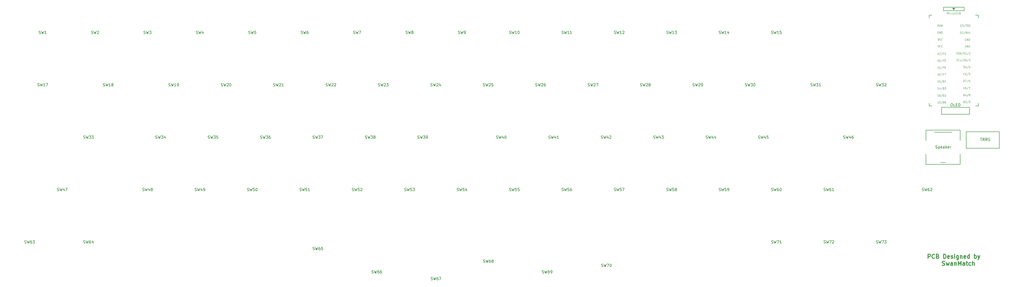
<source format=gto>
G04 #@! TF.GenerationSoftware,KiCad,Pcbnew,5.0.2-bee76a0~70~ubuntu18.04.1*
G04 #@! TF.CreationDate,2020-02-19T02:44:09+09:00*
G04 #@! TF.ProjectId,thanatos,7468616e-6174-46f7-932e-6b696361645f,rev?*
G04 #@! TF.SameCoordinates,Original*
G04 #@! TF.FileFunction,Legend,Top*
G04 #@! TF.FilePolarity,Positive*
%FSLAX46Y46*%
G04 Gerber Fmt 4.6, Leading zero omitted, Abs format (unit mm)*
G04 Created by KiCad (PCBNEW 5.0.2-bee76a0~70~ubuntu18.04.1) date 2020年02月19日 02時44分09秒*
%MOMM*%
%LPD*%
G01*
G04 APERTURE LIST*
%ADD10C,0.300000*%
%ADD11C,0.150000*%
%ADD12C,0.125000*%
%ADD13C,0.120000*%
G04 APERTURE END LIST*
D10*
X355168571Y-112433571D02*
X355168571Y-110933571D01*
X355740000Y-110933571D01*
X355882857Y-111005000D01*
X355954285Y-111076428D01*
X356025714Y-111219285D01*
X356025714Y-111433571D01*
X355954285Y-111576428D01*
X355882857Y-111647857D01*
X355740000Y-111719285D01*
X355168571Y-111719285D01*
X357525714Y-112290714D02*
X357454285Y-112362142D01*
X357240000Y-112433571D01*
X357097142Y-112433571D01*
X356882857Y-112362142D01*
X356740000Y-112219285D01*
X356668571Y-112076428D01*
X356597142Y-111790714D01*
X356597142Y-111576428D01*
X356668571Y-111290714D01*
X356740000Y-111147857D01*
X356882857Y-111005000D01*
X357097142Y-110933571D01*
X357240000Y-110933571D01*
X357454285Y-111005000D01*
X357525714Y-111076428D01*
X358668571Y-111647857D02*
X358882857Y-111719285D01*
X358954285Y-111790714D01*
X359025714Y-111933571D01*
X359025714Y-112147857D01*
X358954285Y-112290714D01*
X358882857Y-112362142D01*
X358740000Y-112433571D01*
X358168571Y-112433571D01*
X358168571Y-110933571D01*
X358668571Y-110933571D01*
X358811428Y-111005000D01*
X358882857Y-111076428D01*
X358954285Y-111219285D01*
X358954285Y-111362142D01*
X358882857Y-111505000D01*
X358811428Y-111576428D01*
X358668571Y-111647857D01*
X358168571Y-111647857D01*
X360811428Y-112433571D02*
X360811428Y-110933571D01*
X361168571Y-110933571D01*
X361382857Y-111005000D01*
X361525714Y-111147857D01*
X361597142Y-111290714D01*
X361668571Y-111576428D01*
X361668571Y-111790714D01*
X361597142Y-112076428D01*
X361525714Y-112219285D01*
X361382857Y-112362142D01*
X361168571Y-112433571D01*
X360811428Y-112433571D01*
X362882857Y-112362142D02*
X362740000Y-112433571D01*
X362454285Y-112433571D01*
X362311428Y-112362142D01*
X362240000Y-112219285D01*
X362240000Y-111647857D01*
X362311428Y-111505000D01*
X362454285Y-111433571D01*
X362740000Y-111433571D01*
X362882857Y-111505000D01*
X362954285Y-111647857D01*
X362954285Y-111790714D01*
X362240000Y-111933571D01*
X363525714Y-112362142D02*
X363668571Y-112433571D01*
X363954285Y-112433571D01*
X364097142Y-112362142D01*
X364168571Y-112219285D01*
X364168571Y-112147857D01*
X364097142Y-112005000D01*
X363954285Y-111933571D01*
X363740000Y-111933571D01*
X363597142Y-111862142D01*
X363525714Y-111719285D01*
X363525714Y-111647857D01*
X363597142Y-111505000D01*
X363740000Y-111433571D01*
X363954285Y-111433571D01*
X364097142Y-111505000D01*
X364811428Y-112433571D02*
X364811428Y-111433571D01*
X364811428Y-110933571D02*
X364740000Y-111005000D01*
X364811428Y-111076428D01*
X364882857Y-111005000D01*
X364811428Y-110933571D01*
X364811428Y-111076428D01*
X366168571Y-111433571D02*
X366168571Y-112647857D01*
X366097142Y-112790714D01*
X366025714Y-112862142D01*
X365882857Y-112933571D01*
X365668571Y-112933571D01*
X365525714Y-112862142D01*
X366168571Y-112362142D02*
X366025714Y-112433571D01*
X365740000Y-112433571D01*
X365597142Y-112362142D01*
X365525714Y-112290714D01*
X365454285Y-112147857D01*
X365454285Y-111719285D01*
X365525714Y-111576428D01*
X365597142Y-111505000D01*
X365740000Y-111433571D01*
X366025714Y-111433571D01*
X366168571Y-111505000D01*
X366882857Y-111433571D02*
X366882857Y-112433571D01*
X366882857Y-111576428D02*
X366954285Y-111505000D01*
X367097142Y-111433571D01*
X367311428Y-111433571D01*
X367454285Y-111505000D01*
X367525714Y-111647857D01*
X367525714Y-112433571D01*
X368811428Y-112362142D02*
X368668571Y-112433571D01*
X368382857Y-112433571D01*
X368240000Y-112362142D01*
X368168571Y-112219285D01*
X368168571Y-111647857D01*
X368240000Y-111505000D01*
X368382857Y-111433571D01*
X368668571Y-111433571D01*
X368811428Y-111505000D01*
X368882857Y-111647857D01*
X368882857Y-111790714D01*
X368168571Y-111933571D01*
X370168571Y-112433571D02*
X370168571Y-110933571D01*
X370168571Y-112362142D02*
X370025714Y-112433571D01*
X369740000Y-112433571D01*
X369597142Y-112362142D01*
X369525714Y-112290714D01*
X369454285Y-112147857D01*
X369454285Y-111719285D01*
X369525714Y-111576428D01*
X369597142Y-111505000D01*
X369740000Y-111433571D01*
X370025714Y-111433571D01*
X370168571Y-111505000D01*
X372025714Y-112433571D02*
X372025714Y-110933571D01*
X372025714Y-111505000D02*
X372168571Y-111433571D01*
X372454285Y-111433571D01*
X372597142Y-111505000D01*
X372668571Y-111576428D01*
X372740000Y-111719285D01*
X372740000Y-112147857D01*
X372668571Y-112290714D01*
X372597142Y-112362142D01*
X372454285Y-112433571D01*
X372168571Y-112433571D01*
X372025714Y-112362142D01*
X373240000Y-111433571D02*
X373597142Y-112433571D01*
X373954285Y-111433571D02*
X373597142Y-112433571D01*
X373454285Y-112790714D01*
X373382857Y-112862142D01*
X373240000Y-112933571D01*
X360347142Y-114912142D02*
X360561428Y-114983571D01*
X360918571Y-114983571D01*
X361061428Y-114912142D01*
X361132857Y-114840714D01*
X361204285Y-114697857D01*
X361204285Y-114555000D01*
X361132857Y-114412142D01*
X361061428Y-114340714D01*
X360918571Y-114269285D01*
X360632857Y-114197857D01*
X360490000Y-114126428D01*
X360418571Y-114055000D01*
X360347142Y-113912142D01*
X360347142Y-113769285D01*
X360418571Y-113626428D01*
X360490000Y-113555000D01*
X360632857Y-113483571D01*
X360990000Y-113483571D01*
X361204285Y-113555000D01*
X361704285Y-113983571D02*
X361990000Y-114983571D01*
X362275714Y-114269285D01*
X362561428Y-114983571D01*
X362847142Y-113983571D01*
X364061428Y-114983571D02*
X364061428Y-114197857D01*
X363990000Y-114055000D01*
X363847142Y-113983571D01*
X363561428Y-113983571D01*
X363418571Y-114055000D01*
X364061428Y-114912142D02*
X363918571Y-114983571D01*
X363561428Y-114983571D01*
X363418571Y-114912142D01*
X363347142Y-114769285D01*
X363347142Y-114626428D01*
X363418571Y-114483571D01*
X363561428Y-114412142D01*
X363918571Y-114412142D01*
X364061428Y-114340714D01*
X364775714Y-113983571D02*
X364775714Y-114983571D01*
X364775714Y-114126428D02*
X364847142Y-114055000D01*
X364990000Y-113983571D01*
X365204285Y-113983571D01*
X365347142Y-114055000D01*
X365418571Y-114197857D01*
X365418571Y-114983571D01*
X366132857Y-114983571D02*
X366132857Y-113483571D01*
X366632857Y-114555000D01*
X367132857Y-113483571D01*
X367132857Y-114983571D01*
X368490000Y-114983571D02*
X368490000Y-114197857D01*
X368418571Y-114055000D01*
X368275714Y-113983571D01*
X367990000Y-113983571D01*
X367847142Y-114055000D01*
X368490000Y-114912142D02*
X368347142Y-114983571D01*
X367990000Y-114983571D01*
X367847142Y-114912142D01*
X367775714Y-114769285D01*
X367775714Y-114626428D01*
X367847142Y-114483571D01*
X367990000Y-114412142D01*
X368347142Y-114412142D01*
X368490000Y-114340714D01*
X368990000Y-113983571D02*
X369561428Y-113983571D01*
X369204285Y-113483571D02*
X369204285Y-114769285D01*
X369275714Y-114912142D01*
X369418571Y-114983571D01*
X369561428Y-114983571D01*
X370704285Y-114912142D02*
X370561428Y-114983571D01*
X370275714Y-114983571D01*
X370132857Y-114912142D01*
X370061428Y-114840714D01*
X369990000Y-114697857D01*
X369990000Y-114269285D01*
X370061428Y-114126428D01*
X370132857Y-114055000D01*
X370275714Y-113983571D01*
X370561428Y-113983571D01*
X370704285Y-114055000D01*
X371347142Y-114983571D02*
X371347142Y-113483571D01*
X371990000Y-114983571D02*
X371990000Y-114197857D01*
X371918571Y-114055000D01*
X371775714Y-113983571D01*
X371561428Y-113983571D01*
X371418571Y-114055000D01*
X371347142Y-114126428D01*
D11*
G04 #@! TO.C,J2*
X381063500Y-66405500D02*
X381063500Y-72405500D01*
X381063500Y-72405500D02*
X369063500Y-72405500D01*
X369063500Y-72405500D02*
X369063500Y-66405500D01*
X369063500Y-66405500D02*
X381063500Y-66405500D01*
G04 #@! TO.C,J1*
X360045000Y-60007500D02*
X360045000Y-57467500D01*
X370205000Y-57467500D02*
X370205000Y-60007500D01*
X360045000Y-57467500D02*
X370205000Y-57467500D01*
X360045000Y-60007500D02*
X370205000Y-60007500D01*
G04 #@! TO.C,Speaker*
X354416500Y-78209000D02*
X366816500Y-78209000D01*
X366816500Y-65809000D02*
X354416500Y-65809000D01*
X366816500Y-78209000D02*
X366816500Y-74509000D01*
X354416500Y-78209000D02*
X354416500Y-74509000D01*
X366816500Y-65809000D02*
X366816500Y-69509000D01*
X354416500Y-65809000D02*
X354416500Y-69509000D01*
X361516500Y-77509000D02*
X359716500Y-77509000D01*
X363816500Y-66509000D02*
X357416500Y-66509000D01*
G04 #@! TO.C,U1*
X373390000Y-56977500D02*
X372380000Y-56977500D01*
X355590000Y-56977500D02*
X356590000Y-56977500D01*
X373390000Y-55977500D02*
X373390000Y-56977500D01*
X355590000Y-55927500D02*
X355590000Y-56977500D01*
X373390000Y-23927500D02*
X372440000Y-23927500D01*
X355590000Y-23927500D02*
X356590000Y-23927500D01*
X373390000Y-23927500D02*
X373390000Y-24927500D01*
X355590000Y-23927500D02*
X355590000Y-24927500D01*
X360740000Y-21027500D02*
X360740000Y-22327500D01*
X360740000Y-22327500D02*
X368240000Y-22327500D01*
X368240000Y-22327500D02*
X368240000Y-21027500D01*
X368240000Y-21027500D02*
X360740000Y-21027500D01*
X363990000Y-21377500D02*
X364990000Y-21377500D01*
X364990000Y-21377500D02*
X364490000Y-22027500D01*
X364490000Y-22027500D02*
X363990000Y-21377500D01*
X364140000Y-21527500D02*
X364840000Y-21527500D01*
X364240000Y-21677500D02*
X364740000Y-21677500D01*
X364340000Y-21827500D02*
X364640000Y-21827500D01*
G04 #@! TO.C,SW46*
X324421476Y-68794261D02*
X324564333Y-68841880D01*
X324802428Y-68841880D01*
X324897666Y-68794261D01*
X324945285Y-68746642D01*
X324992904Y-68651404D01*
X324992904Y-68556166D01*
X324945285Y-68460928D01*
X324897666Y-68413309D01*
X324802428Y-68365690D01*
X324611952Y-68318071D01*
X324516714Y-68270452D01*
X324469095Y-68222833D01*
X324421476Y-68127595D01*
X324421476Y-68032357D01*
X324469095Y-67937119D01*
X324516714Y-67889500D01*
X324611952Y-67841880D01*
X324850047Y-67841880D01*
X324992904Y-67889500D01*
X325326238Y-67841880D02*
X325564333Y-68841880D01*
X325754809Y-68127595D01*
X325945285Y-68841880D01*
X326183380Y-67841880D01*
X326992904Y-68175214D02*
X326992904Y-68841880D01*
X326754809Y-67794261D02*
X326516714Y-68508547D01*
X327135761Y-68508547D01*
X327945285Y-67841880D02*
X327754809Y-67841880D01*
X327659571Y-67889500D01*
X327611952Y-67937119D01*
X327516714Y-68079976D01*
X327469095Y-68270452D01*
X327469095Y-68651404D01*
X327516714Y-68746642D01*
X327564333Y-68794261D01*
X327659571Y-68841880D01*
X327850047Y-68841880D01*
X327945285Y-68794261D01*
X327992904Y-68746642D01*
X328040523Y-68651404D01*
X328040523Y-68413309D01*
X327992904Y-68318071D01*
X327945285Y-68270452D01*
X327850047Y-68222833D01*
X327659571Y-68222833D01*
X327564333Y-68270452D01*
X327516714Y-68318071D01*
X327469095Y-68413309D01*
G04 #@! TO.C,SW32*
X336328476Y-49744261D02*
X336471333Y-49791880D01*
X336709428Y-49791880D01*
X336804666Y-49744261D01*
X336852285Y-49696642D01*
X336899904Y-49601404D01*
X336899904Y-49506166D01*
X336852285Y-49410928D01*
X336804666Y-49363309D01*
X336709428Y-49315690D01*
X336518952Y-49268071D01*
X336423714Y-49220452D01*
X336376095Y-49172833D01*
X336328476Y-49077595D01*
X336328476Y-48982357D01*
X336376095Y-48887119D01*
X336423714Y-48839500D01*
X336518952Y-48791880D01*
X336757047Y-48791880D01*
X336899904Y-48839500D01*
X337233238Y-48791880D02*
X337471333Y-49791880D01*
X337661809Y-49077595D01*
X337852285Y-49791880D01*
X338090380Y-48791880D01*
X338376095Y-48791880D02*
X338995142Y-48791880D01*
X338661809Y-49172833D01*
X338804666Y-49172833D01*
X338899904Y-49220452D01*
X338947523Y-49268071D01*
X338995142Y-49363309D01*
X338995142Y-49601404D01*
X338947523Y-49696642D01*
X338899904Y-49744261D01*
X338804666Y-49791880D01*
X338518952Y-49791880D01*
X338423714Y-49744261D01*
X338376095Y-49696642D01*
X339376095Y-48887119D02*
X339423714Y-48839500D01*
X339518952Y-48791880D01*
X339757047Y-48791880D01*
X339852285Y-48839500D01*
X339899904Y-48887119D01*
X339947523Y-48982357D01*
X339947523Y-49077595D01*
X339899904Y-49220452D01*
X339328476Y-49791880D01*
X339947523Y-49791880D01*
G04 #@! TO.C,J2*
X374158095Y-68667380D02*
X374729523Y-68667380D01*
X374443809Y-69667380D02*
X374443809Y-68667380D01*
X375634285Y-69667380D02*
X375300952Y-69191190D01*
X375062857Y-69667380D02*
X375062857Y-68667380D01*
X375443809Y-68667380D01*
X375539047Y-68715000D01*
X375586666Y-68762619D01*
X375634285Y-68857857D01*
X375634285Y-69000714D01*
X375586666Y-69095952D01*
X375539047Y-69143571D01*
X375443809Y-69191190D01*
X375062857Y-69191190D01*
X376634285Y-69667380D02*
X376300952Y-69191190D01*
X376062857Y-69667380D02*
X376062857Y-68667380D01*
X376443809Y-68667380D01*
X376539047Y-68715000D01*
X376586666Y-68762619D01*
X376634285Y-68857857D01*
X376634285Y-69000714D01*
X376586666Y-69095952D01*
X376539047Y-69143571D01*
X376443809Y-69191190D01*
X376062857Y-69191190D01*
X377015238Y-69619761D02*
X377158095Y-69667380D01*
X377396190Y-69667380D01*
X377491428Y-69619761D01*
X377539047Y-69572142D01*
X377586666Y-69476904D01*
X377586666Y-69381666D01*
X377539047Y-69286428D01*
X377491428Y-69238809D01*
X377396190Y-69191190D01*
X377205714Y-69143571D01*
X377110476Y-69095952D01*
X377062857Y-69048333D01*
X377015238Y-68953095D01*
X377015238Y-68857857D01*
X377062857Y-68762619D01*
X377110476Y-68715000D01*
X377205714Y-68667380D01*
X377443809Y-68667380D01*
X377586666Y-68715000D01*
G04 #@! TO.C,SW10*
X202978476Y-30694261D02*
X203121333Y-30741880D01*
X203359428Y-30741880D01*
X203454666Y-30694261D01*
X203502285Y-30646642D01*
X203549904Y-30551404D01*
X203549904Y-30456166D01*
X203502285Y-30360928D01*
X203454666Y-30313309D01*
X203359428Y-30265690D01*
X203168952Y-30218071D01*
X203073714Y-30170452D01*
X203026095Y-30122833D01*
X202978476Y-30027595D01*
X202978476Y-29932357D01*
X203026095Y-29837119D01*
X203073714Y-29789500D01*
X203168952Y-29741880D01*
X203407047Y-29741880D01*
X203549904Y-29789500D01*
X203883238Y-29741880D02*
X204121333Y-30741880D01*
X204311809Y-30027595D01*
X204502285Y-30741880D01*
X204740380Y-29741880D01*
X205645142Y-30741880D02*
X205073714Y-30741880D01*
X205359428Y-30741880D02*
X205359428Y-29741880D01*
X205264190Y-29884738D01*
X205168952Y-29979976D01*
X205073714Y-30027595D01*
X206264190Y-29741880D02*
X206359428Y-29741880D01*
X206454666Y-29789500D01*
X206502285Y-29837119D01*
X206549904Y-29932357D01*
X206597523Y-30122833D01*
X206597523Y-30360928D01*
X206549904Y-30551404D01*
X206502285Y-30646642D01*
X206454666Y-30694261D01*
X206359428Y-30741880D01*
X206264190Y-30741880D01*
X206168952Y-30694261D01*
X206121333Y-30646642D01*
X206073714Y-30551404D01*
X206026095Y-30360928D01*
X206026095Y-30122833D01*
X206073714Y-29932357D01*
X206121333Y-29837119D01*
X206168952Y-29789500D01*
X206264190Y-29741880D01*
G04 #@! TO.C,SW52*
X145828476Y-87844261D02*
X145971333Y-87891880D01*
X146209428Y-87891880D01*
X146304666Y-87844261D01*
X146352285Y-87796642D01*
X146399904Y-87701404D01*
X146399904Y-87606166D01*
X146352285Y-87510928D01*
X146304666Y-87463309D01*
X146209428Y-87415690D01*
X146018952Y-87368071D01*
X145923714Y-87320452D01*
X145876095Y-87272833D01*
X145828476Y-87177595D01*
X145828476Y-87082357D01*
X145876095Y-86987119D01*
X145923714Y-86939500D01*
X146018952Y-86891880D01*
X146257047Y-86891880D01*
X146399904Y-86939500D01*
X146733238Y-86891880D02*
X146971333Y-87891880D01*
X147161809Y-87177595D01*
X147352285Y-87891880D01*
X147590380Y-86891880D01*
X148447523Y-86891880D02*
X147971333Y-86891880D01*
X147923714Y-87368071D01*
X147971333Y-87320452D01*
X148066571Y-87272833D01*
X148304666Y-87272833D01*
X148399904Y-87320452D01*
X148447523Y-87368071D01*
X148495142Y-87463309D01*
X148495142Y-87701404D01*
X148447523Y-87796642D01*
X148399904Y-87844261D01*
X148304666Y-87891880D01*
X148066571Y-87891880D01*
X147971333Y-87844261D01*
X147923714Y-87796642D01*
X148876095Y-86987119D02*
X148923714Y-86939500D01*
X149018952Y-86891880D01*
X149257047Y-86891880D01*
X149352285Y-86939500D01*
X149399904Y-86987119D01*
X149447523Y-87082357D01*
X149447523Y-87177595D01*
X149399904Y-87320452D01*
X148828476Y-87891880D01*
X149447523Y-87891880D01*
G04 #@! TO.C,SW64*
X48196676Y-106894761D02*
X48339533Y-106942380D01*
X48577628Y-106942380D01*
X48672866Y-106894761D01*
X48720485Y-106847142D01*
X48768104Y-106751904D01*
X48768104Y-106656666D01*
X48720485Y-106561428D01*
X48672866Y-106513809D01*
X48577628Y-106466190D01*
X48387152Y-106418571D01*
X48291914Y-106370952D01*
X48244295Y-106323333D01*
X48196676Y-106228095D01*
X48196676Y-106132857D01*
X48244295Y-106037619D01*
X48291914Y-105990000D01*
X48387152Y-105942380D01*
X48625247Y-105942380D01*
X48768104Y-105990000D01*
X49101438Y-105942380D02*
X49339533Y-106942380D01*
X49530009Y-106228095D01*
X49720485Y-106942380D01*
X49958580Y-105942380D01*
X50768104Y-105942380D02*
X50577628Y-105942380D01*
X50482390Y-105990000D01*
X50434771Y-106037619D01*
X50339533Y-106180476D01*
X50291914Y-106370952D01*
X50291914Y-106751904D01*
X50339533Y-106847142D01*
X50387152Y-106894761D01*
X50482390Y-106942380D01*
X50672866Y-106942380D01*
X50768104Y-106894761D01*
X50815723Y-106847142D01*
X50863342Y-106751904D01*
X50863342Y-106513809D01*
X50815723Y-106418571D01*
X50768104Y-106370952D01*
X50672866Y-106323333D01*
X50482390Y-106323333D01*
X50387152Y-106370952D01*
X50339533Y-106418571D01*
X50291914Y-106513809D01*
X51720485Y-106275714D02*
X51720485Y-106942380D01*
X51482390Y-105894761D02*
X51244295Y-106609047D01*
X51863342Y-106609047D01*
G04 #@! TO.C,SW70*
X236442476Y-115403511D02*
X236585333Y-115451130D01*
X236823428Y-115451130D01*
X236918666Y-115403511D01*
X236966285Y-115355892D01*
X237013904Y-115260654D01*
X237013904Y-115165416D01*
X236966285Y-115070178D01*
X236918666Y-115022559D01*
X236823428Y-114974940D01*
X236632952Y-114927321D01*
X236537714Y-114879702D01*
X236490095Y-114832083D01*
X236442476Y-114736845D01*
X236442476Y-114641607D01*
X236490095Y-114546369D01*
X236537714Y-114498750D01*
X236632952Y-114451130D01*
X236871047Y-114451130D01*
X237013904Y-114498750D01*
X237347238Y-114451130D02*
X237585333Y-115451130D01*
X237775809Y-114736845D01*
X237966285Y-115451130D01*
X238204380Y-114451130D01*
X238490095Y-114451130D02*
X239156761Y-114451130D01*
X238728190Y-115451130D01*
X239728190Y-114451130D02*
X239823428Y-114451130D01*
X239918666Y-114498750D01*
X239966285Y-114546369D01*
X240013904Y-114641607D01*
X240061523Y-114832083D01*
X240061523Y-115070178D01*
X240013904Y-115260654D01*
X239966285Y-115355892D01*
X239918666Y-115403511D01*
X239823428Y-115451130D01*
X239728190Y-115451130D01*
X239632952Y-115403511D01*
X239585333Y-115355892D01*
X239537714Y-115260654D01*
X239490095Y-115070178D01*
X239490095Y-114832083D01*
X239537714Y-114641607D01*
X239585333Y-114546369D01*
X239632952Y-114498750D01*
X239728190Y-114451130D01*
G04 #@! TO.C,SW3*
X70104166Y-30694261D02*
X70247023Y-30741880D01*
X70485119Y-30741880D01*
X70580357Y-30694261D01*
X70627976Y-30646642D01*
X70675595Y-30551404D01*
X70675595Y-30456166D01*
X70627976Y-30360928D01*
X70580357Y-30313309D01*
X70485119Y-30265690D01*
X70294642Y-30218071D01*
X70199404Y-30170452D01*
X70151785Y-30122833D01*
X70104166Y-30027595D01*
X70104166Y-29932357D01*
X70151785Y-29837119D01*
X70199404Y-29789500D01*
X70294642Y-29741880D01*
X70532738Y-29741880D01*
X70675595Y-29789500D01*
X71008928Y-29741880D02*
X71247023Y-30741880D01*
X71437500Y-30027595D01*
X71627976Y-30741880D01*
X71866071Y-29741880D01*
X72151785Y-29741880D02*
X72770833Y-29741880D01*
X72437500Y-30122833D01*
X72580357Y-30122833D01*
X72675595Y-30170452D01*
X72723214Y-30218071D01*
X72770833Y-30313309D01*
X72770833Y-30551404D01*
X72723214Y-30646642D01*
X72675595Y-30694261D01*
X72580357Y-30741880D01*
X72294642Y-30741880D01*
X72199404Y-30694261D01*
X72151785Y-30646642D01*
G04 #@! TO.C,SW69*
X214884476Y-117752761D02*
X215027333Y-117800380D01*
X215265428Y-117800380D01*
X215360666Y-117752761D01*
X215408285Y-117705142D01*
X215455904Y-117609904D01*
X215455904Y-117514666D01*
X215408285Y-117419428D01*
X215360666Y-117371809D01*
X215265428Y-117324190D01*
X215074952Y-117276571D01*
X214979714Y-117228952D01*
X214932095Y-117181333D01*
X214884476Y-117086095D01*
X214884476Y-116990857D01*
X214932095Y-116895619D01*
X214979714Y-116848000D01*
X215074952Y-116800380D01*
X215313047Y-116800380D01*
X215455904Y-116848000D01*
X215789238Y-116800380D02*
X216027333Y-117800380D01*
X216217809Y-117086095D01*
X216408285Y-117800380D01*
X216646380Y-116800380D01*
X217455904Y-116800380D02*
X217265428Y-116800380D01*
X217170190Y-116848000D01*
X217122571Y-116895619D01*
X217027333Y-117038476D01*
X216979714Y-117228952D01*
X216979714Y-117609904D01*
X217027333Y-117705142D01*
X217074952Y-117752761D01*
X217170190Y-117800380D01*
X217360666Y-117800380D01*
X217455904Y-117752761D01*
X217503523Y-117705142D01*
X217551142Y-117609904D01*
X217551142Y-117371809D01*
X217503523Y-117276571D01*
X217455904Y-117228952D01*
X217360666Y-117181333D01*
X217170190Y-117181333D01*
X217074952Y-117228952D01*
X217027333Y-117276571D01*
X216979714Y-117371809D01*
X218027333Y-117800380D02*
X218217809Y-117800380D01*
X218313047Y-117752761D01*
X218360666Y-117705142D01*
X218455904Y-117562285D01*
X218503523Y-117371809D01*
X218503523Y-116990857D01*
X218455904Y-116895619D01*
X218408285Y-116848000D01*
X218313047Y-116800380D01*
X218122571Y-116800380D01*
X218027333Y-116848000D01*
X217979714Y-116895619D01*
X217932095Y-116990857D01*
X217932095Y-117228952D01*
X217979714Y-117324190D01*
X218027333Y-117371809D01*
X218122571Y-117419428D01*
X218313047Y-117419428D01*
X218408285Y-117371809D01*
X218455904Y-117324190D01*
X218503523Y-117228952D01*
G04 #@! TO.C,SW62*
X352996476Y-87844261D02*
X353139333Y-87891880D01*
X353377428Y-87891880D01*
X353472666Y-87844261D01*
X353520285Y-87796642D01*
X353567904Y-87701404D01*
X353567904Y-87606166D01*
X353520285Y-87510928D01*
X353472666Y-87463309D01*
X353377428Y-87415690D01*
X353186952Y-87368071D01*
X353091714Y-87320452D01*
X353044095Y-87272833D01*
X352996476Y-87177595D01*
X352996476Y-87082357D01*
X353044095Y-86987119D01*
X353091714Y-86939500D01*
X353186952Y-86891880D01*
X353425047Y-86891880D01*
X353567904Y-86939500D01*
X353901238Y-86891880D02*
X354139333Y-87891880D01*
X354329809Y-87177595D01*
X354520285Y-87891880D01*
X354758380Y-86891880D01*
X355567904Y-86891880D02*
X355377428Y-86891880D01*
X355282190Y-86939500D01*
X355234571Y-86987119D01*
X355139333Y-87129976D01*
X355091714Y-87320452D01*
X355091714Y-87701404D01*
X355139333Y-87796642D01*
X355186952Y-87844261D01*
X355282190Y-87891880D01*
X355472666Y-87891880D01*
X355567904Y-87844261D01*
X355615523Y-87796642D01*
X355663142Y-87701404D01*
X355663142Y-87463309D01*
X355615523Y-87368071D01*
X355567904Y-87320452D01*
X355472666Y-87272833D01*
X355282190Y-87272833D01*
X355186952Y-87320452D01*
X355139333Y-87368071D01*
X355091714Y-87463309D01*
X356044095Y-86987119D02*
X356091714Y-86939500D01*
X356186952Y-86891880D01*
X356425047Y-86891880D01*
X356520285Y-86939500D01*
X356567904Y-86987119D01*
X356615523Y-87082357D01*
X356615523Y-87177595D01*
X356567904Y-87320452D01*
X355996476Y-87891880D01*
X356615523Y-87891880D01*
G04 #@! TO.C,SW33*
X48196676Y-68794261D02*
X48339533Y-68841880D01*
X48577628Y-68841880D01*
X48672866Y-68794261D01*
X48720485Y-68746642D01*
X48768104Y-68651404D01*
X48768104Y-68556166D01*
X48720485Y-68460928D01*
X48672866Y-68413309D01*
X48577628Y-68365690D01*
X48387152Y-68318071D01*
X48291914Y-68270452D01*
X48244295Y-68222833D01*
X48196676Y-68127595D01*
X48196676Y-68032357D01*
X48244295Y-67937119D01*
X48291914Y-67889500D01*
X48387152Y-67841880D01*
X48625247Y-67841880D01*
X48768104Y-67889500D01*
X49101438Y-67841880D02*
X49339533Y-68841880D01*
X49530009Y-68127595D01*
X49720485Y-68841880D01*
X49958580Y-67841880D01*
X50244295Y-67841880D02*
X50863342Y-67841880D01*
X50530009Y-68222833D01*
X50672866Y-68222833D01*
X50768104Y-68270452D01*
X50815723Y-68318071D01*
X50863342Y-68413309D01*
X50863342Y-68651404D01*
X50815723Y-68746642D01*
X50768104Y-68794261D01*
X50672866Y-68841880D01*
X50387152Y-68841880D01*
X50291914Y-68794261D01*
X50244295Y-68746642D01*
X51196676Y-67841880D02*
X51815723Y-67841880D01*
X51482390Y-68222833D01*
X51625247Y-68222833D01*
X51720485Y-68270452D01*
X51768104Y-68318071D01*
X51815723Y-68413309D01*
X51815723Y-68651404D01*
X51768104Y-68746642D01*
X51720485Y-68794261D01*
X51625247Y-68841880D01*
X51339533Y-68841880D01*
X51244295Y-68794261D01*
X51196676Y-68746642D01*
G04 #@! TO.C,SW47*
X38671676Y-87844261D02*
X38814533Y-87891880D01*
X39052628Y-87891880D01*
X39147866Y-87844261D01*
X39195485Y-87796642D01*
X39243104Y-87701404D01*
X39243104Y-87606166D01*
X39195485Y-87510928D01*
X39147866Y-87463309D01*
X39052628Y-87415690D01*
X38862152Y-87368071D01*
X38766914Y-87320452D01*
X38719295Y-87272833D01*
X38671676Y-87177595D01*
X38671676Y-87082357D01*
X38719295Y-86987119D01*
X38766914Y-86939500D01*
X38862152Y-86891880D01*
X39100247Y-86891880D01*
X39243104Y-86939500D01*
X39576438Y-86891880D02*
X39814533Y-87891880D01*
X40005009Y-87177595D01*
X40195485Y-87891880D01*
X40433580Y-86891880D01*
X41243104Y-87225214D02*
X41243104Y-87891880D01*
X41005009Y-86844261D02*
X40766914Y-87558547D01*
X41385961Y-87558547D01*
X41671676Y-86891880D02*
X42338342Y-86891880D01*
X41909771Y-87891880D01*
G04 #@! TO.C,SW65*
X131540476Y-109307511D02*
X131683333Y-109355130D01*
X131921428Y-109355130D01*
X132016666Y-109307511D01*
X132064285Y-109259892D01*
X132111904Y-109164654D01*
X132111904Y-109069416D01*
X132064285Y-108974178D01*
X132016666Y-108926559D01*
X131921428Y-108878940D01*
X131730952Y-108831321D01*
X131635714Y-108783702D01*
X131588095Y-108736083D01*
X131540476Y-108640845D01*
X131540476Y-108545607D01*
X131588095Y-108450369D01*
X131635714Y-108402750D01*
X131730952Y-108355130D01*
X131969047Y-108355130D01*
X132111904Y-108402750D01*
X132445238Y-108355130D02*
X132683333Y-109355130D01*
X132873809Y-108640845D01*
X133064285Y-109355130D01*
X133302380Y-108355130D01*
X134111904Y-108355130D02*
X133921428Y-108355130D01*
X133826190Y-108402750D01*
X133778571Y-108450369D01*
X133683333Y-108593226D01*
X133635714Y-108783702D01*
X133635714Y-109164654D01*
X133683333Y-109259892D01*
X133730952Y-109307511D01*
X133826190Y-109355130D01*
X134016666Y-109355130D01*
X134111904Y-109307511D01*
X134159523Y-109259892D01*
X134207142Y-109164654D01*
X134207142Y-108926559D01*
X134159523Y-108831321D01*
X134111904Y-108783702D01*
X134016666Y-108736083D01*
X133826190Y-108736083D01*
X133730952Y-108783702D01*
X133683333Y-108831321D01*
X133635714Y-108926559D01*
X135111904Y-108355130D02*
X134635714Y-108355130D01*
X134588095Y-108831321D01*
X134635714Y-108783702D01*
X134730952Y-108736083D01*
X134969047Y-108736083D01*
X135064285Y-108783702D01*
X135111904Y-108831321D01*
X135159523Y-108926559D01*
X135159523Y-109164654D01*
X135111904Y-109259892D01*
X135064285Y-109307511D01*
X134969047Y-109355130D01*
X134730952Y-109355130D01*
X134635714Y-109307511D01*
X134588095Y-109259892D01*
G04 #@! TO.C,SW66*
X152971476Y-117752761D02*
X153114333Y-117800380D01*
X153352428Y-117800380D01*
X153447666Y-117752761D01*
X153495285Y-117705142D01*
X153542904Y-117609904D01*
X153542904Y-117514666D01*
X153495285Y-117419428D01*
X153447666Y-117371809D01*
X153352428Y-117324190D01*
X153161952Y-117276571D01*
X153066714Y-117228952D01*
X153019095Y-117181333D01*
X152971476Y-117086095D01*
X152971476Y-116990857D01*
X153019095Y-116895619D01*
X153066714Y-116848000D01*
X153161952Y-116800380D01*
X153400047Y-116800380D01*
X153542904Y-116848000D01*
X153876238Y-116800380D02*
X154114333Y-117800380D01*
X154304809Y-117086095D01*
X154495285Y-117800380D01*
X154733380Y-116800380D01*
X155542904Y-116800380D02*
X155352428Y-116800380D01*
X155257190Y-116848000D01*
X155209571Y-116895619D01*
X155114333Y-117038476D01*
X155066714Y-117228952D01*
X155066714Y-117609904D01*
X155114333Y-117705142D01*
X155161952Y-117752761D01*
X155257190Y-117800380D01*
X155447666Y-117800380D01*
X155542904Y-117752761D01*
X155590523Y-117705142D01*
X155638142Y-117609904D01*
X155638142Y-117371809D01*
X155590523Y-117276571D01*
X155542904Y-117228952D01*
X155447666Y-117181333D01*
X155257190Y-117181333D01*
X155161952Y-117228952D01*
X155114333Y-117276571D01*
X155066714Y-117371809D01*
X156495285Y-116800380D02*
X156304809Y-116800380D01*
X156209571Y-116848000D01*
X156161952Y-116895619D01*
X156066714Y-117038476D01*
X156019095Y-117228952D01*
X156019095Y-117609904D01*
X156066714Y-117705142D01*
X156114333Y-117752761D01*
X156209571Y-117800380D01*
X156400047Y-117800380D01*
X156495285Y-117752761D01*
X156542904Y-117705142D01*
X156590523Y-117609904D01*
X156590523Y-117371809D01*
X156542904Y-117276571D01*
X156495285Y-117228952D01*
X156400047Y-117181333D01*
X156209571Y-117181333D01*
X156114333Y-117228952D01*
X156066714Y-117276571D01*
X156019095Y-117371809D01*
G04 #@! TO.C,SW67*
X174465976Y-120229011D02*
X174608833Y-120276630D01*
X174846928Y-120276630D01*
X174942166Y-120229011D01*
X174989785Y-120181392D01*
X175037404Y-120086154D01*
X175037404Y-119990916D01*
X174989785Y-119895678D01*
X174942166Y-119848059D01*
X174846928Y-119800440D01*
X174656452Y-119752821D01*
X174561214Y-119705202D01*
X174513595Y-119657583D01*
X174465976Y-119562345D01*
X174465976Y-119467107D01*
X174513595Y-119371869D01*
X174561214Y-119324250D01*
X174656452Y-119276630D01*
X174894547Y-119276630D01*
X175037404Y-119324250D01*
X175370738Y-119276630D02*
X175608833Y-120276630D01*
X175799309Y-119562345D01*
X175989785Y-120276630D01*
X176227880Y-119276630D01*
X177037404Y-119276630D02*
X176846928Y-119276630D01*
X176751690Y-119324250D01*
X176704071Y-119371869D01*
X176608833Y-119514726D01*
X176561214Y-119705202D01*
X176561214Y-120086154D01*
X176608833Y-120181392D01*
X176656452Y-120229011D01*
X176751690Y-120276630D01*
X176942166Y-120276630D01*
X177037404Y-120229011D01*
X177085023Y-120181392D01*
X177132642Y-120086154D01*
X177132642Y-119848059D01*
X177085023Y-119752821D01*
X177037404Y-119705202D01*
X176942166Y-119657583D01*
X176751690Y-119657583D01*
X176656452Y-119705202D01*
X176608833Y-119752821D01*
X176561214Y-119848059D01*
X177465976Y-119276630D02*
X178132642Y-119276630D01*
X177704071Y-120276630D01*
G04 #@! TO.C,SW68*
X193515976Y-113879011D02*
X193658833Y-113926630D01*
X193896928Y-113926630D01*
X193992166Y-113879011D01*
X194039785Y-113831392D01*
X194087404Y-113736154D01*
X194087404Y-113640916D01*
X194039785Y-113545678D01*
X193992166Y-113498059D01*
X193896928Y-113450440D01*
X193706452Y-113402821D01*
X193611214Y-113355202D01*
X193563595Y-113307583D01*
X193515976Y-113212345D01*
X193515976Y-113117107D01*
X193563595Y-113021869D01*
X193611214Y-112974250D01*
X193706452Y-112926630D01*
X193944547Y-112926630D01*
X194087404Y-112974250D01*
X194420738Y-112926630D02*
X194658833Y-113926630D01*
X194849309Y-113212345D01*
X195039785Y-113926630D01*
X195277880Y-112926630D01*
X196087404Y-112926630D02*
X195896928Y-112926630D01*
X195801690Y-112974250D01*
X195754071Y-113021869D01*
X195658833Y-113164726D01*
X195611214Y-113355202D01*
X195611214Y-113736154D01*
X195658833Y-113831392D01*
X195706452Y-113879011D01*
X195801690Y-113926630D01*
X195992166Y-113926630D01*
X196087404Y-113879011D01*
X196135023Y-113831392D01*
X196182642Y-113736154D01*
X196182642Y-113498059D01*
X196135023Y-113402821D01*
X196087404Y-113355202D01*
X195992166Y-113307583D01*
X195801690Y-113307583D01*
X195706452Y-113355202D01*
X195658833Y-113402821D01*
X195611214Y-113498059D01*
X196754071Y-113355202D02*
X196658833Y-113307583D01*
X196611214Y-113259964D01*
X196563595Y-113164726D01*
X196563595Y-113117107D01*
X196611214Y-113021869D01*
X196658833Y-112974250D01*
X196754071Y-112926630D01*
X196944547Y-112926630D01*
X197039785Y-112974250D01*
X197087404Y-113021869D01*
X197135023Y-113117107D01*
X197135023Y-113164726D01*
X197087404Y-113259964D01*
X197039785Y-113307583D01*
X196944547Y-113355202D01*
X196754071Y-113355202D01*
X196658833Y-113402821D01*
X196611214Y-113450440D01*
X196563595Y-113545678D01*
X196563595Y-113736154D01*
X196611214Y-113831392D01*
X196658833Y-113879011D01*
X196754071Y-113926630D01*
X196944547Y-113926630D01*
X197039785Y-113879011D01*
X197087404Y-113831392D01*
X197135023Y-113736154D01*
X197135023Y-113545678D01*
X197087404Y-113450440D01*
X197039785Y-113402821D01*
X196944547Y-113355202D01*
G04 #@! TO.C,SW18*
X55340476Y-49744261D02*
X55483333Y-49791880D01*
X55721428Y-49791880D01*
X55816666Y-49744261D01*
X55864285Y-49696642D01*
X55911904Y-49601404D01*
X55911904Y-49506166D01*
X55864285Y-49410928D01*
X55816666Y-49363309D01*
X55721428Y-49315690D01*
X55530952Y-49268071D01*
X55435714Y-49220452D01*
X55388095Y-49172833D01*
X55340476Y-49077595D01*
X55340476Y-48982357D01*
X55388095Y-48887119D01*
X55435714Y-48839500D01*
X55530952Y-48791880D01*
X55769047Y-48791880D01*
X55911904Y-48839500D01*
X56245238Y-48791880D02*
X56483333Y-49791880D01*
X56673809Y-49077595D01*
X56864285Y-49791880D01*
X57102380Y-48791880D01*
X58007142Y-49791880D02*
X57435714Y-49791880D01*
X57721428Y-49791880D02*
X57721428Y-48791880D01*
X57626190Y-48934738D01*
X57530952Y-49029976D01*
X57435714Y-49077595D01*
X58578571Y-49220452D02*
X58483333Y-49172833D01*
X58435714Y-49125214D01*
X58388095Y-49029976D01*
X58388095Y-48982357D01*
X58435714Y-48887119D01*
X58483333Y-48839500D01*
X58578571Y-48791880D01*
X58769047Y-48791880D01*
X58864285Y-48839500D01*
X58911904Y-48887119D01*
X58959523Y-48982357D01*
X58959523Y-49029976D01*
X58911904Y-49125214D01*
X58864285Y-49172833D01*
X58769047Y-49220452D01*
X58578571Y-49220452D01*
X58483333Y-49268071D01*
X58435714Y-49315690D01*
X58388095Y-49410928D01*
X58388095Y-49601404D01*
X58435714Y-49696642D01*
X58483333Y-49744261D01*
X58578571Y-49791880D01*
X58769047Y-49791880D01*
X58864285Y-49744261D01*
X58911904Y-49696642D01*
X58959523Y-49601404D01*
X58959523Y-49410928D01*
X58911904Y-49315690D01*
X58864285Y-49268071D01*
X58769047Y-49220452D01*
G04 #@! TO.C,SW31*
X312515476Y-49744261D02*
X312658333Y-49791880D01*
X312896428Y-49791880D01*
X312991666Y-49744261D01*
X313039285Y-49696642D01*
X313086904Y-49601404D01*
X313086904Y-49506166D01*
X313039285Y-49410928D01*
X312991666Y-49363309D01*
X312896428Y-49315690D01*
X312705952Y-49268071D01*
X312610714Y-49220452D01*
X312563095Y-49172833D01*
X312515476Y-49077595D01*
X312515476Y-48982357D01*
X312563095Y-48887119D01*
X312610714Y-48839500D01*
X312705952Y-48791880D01*
X312944047Y-48791880D01*
X313086904Y-48839500D01*
X313420238Y-48791880D02*
X313658333Y-49791880D01*
X313848809Y-49077595D01*
X314039285Y-49791880D01*
X314277380Y-48791880D01*
X314563095Y-48791880D02*
X315182142Y-48791880D01*
X314848809Y-49172833D01*
X314991666Y-49172833D01*
X315086904Y-49220452D01*
X315134523Y-49268071D01*
X315182142Y-49363309D01*
X315182142Y-49601404D01*
X315134523Y-49696642D01*
X315086904Y-49744261D01*
X314991666Y-49791880D01*
X314705952Y-49791880D01*
X314610714Y-49744261D01*
X314563095Y-49696642D01*
X316134523Y-49791880D02*
X315563095Y-49791880D01*
X315848809Y-49791880D02*
X315848809Y-48791880D01*
X315753571Y-48934738D01*
X315658333Y-49029976D01*
X315563095Y-49077595D01*
G04 #@! TO.C,SW1*
X32004166Y-30694261D02*
X32147023Y-30741880D01*
X32385119Y-30741880D01*
X32480357Y-30694261D01*
X32527976Y-30646642D01*
X32575595Y-30551404D01*
X32575595Y-30456166D01*
X32527976Y-30360928D01*
X32480357Y-30313309D01*
X32385119Y-30265690D01*
X32194642Y-30218071D01*
X32099404Y-30170452D01*
X32051785Y-30122833D01*
X32004166Y-30027595D01*
X32004166Y-29932357D01*
X32051785Y-29837119D01*
X32099404Y-29789500D01*
X32194642Y-29741880D01*
X32432738Y-29741880D01*
X32575595Y-29789500D01*
X32908928Y-29741880D02*
X33147023Y-30741880D01*
X33337500Y-30027595D01*
X33527976Y-30741880D01*
X33766071Y-29741880D01*
X34670833Y-30741880D02*
X34099404Y-30741880D01*
X34385119Y-30741880D02*
X34385119Y-29741880D01*
X34289880Y-29884738D01*
X34194642Y-29979976D01*
X34099404Y-30027595D01*
G04 #@! TO.C,SW2*
X51054166Y-30694261D02*
X51197023Y-30741880D01*
X51435119Y-30741880D01*
X51530357Y-30694261D01*
X51577976Y-30646642D01*
X51625595Y-30551404D01*
X51625595Y-30456166D01*
X51577976Y-30360928D01*
X51530357Y-30313309D01*
X51435119Y-30265690D01*
X51244642Y-30218071D01*
X51149404Y-30170452D01*
X51101785Y-30122833D01*
X51054166Y-30027595D01*
X51054166Y-29932357D01*
X51101785Y-29837119D01*
X51149404Y-29789500D01*
X51244642Y-29741880D01*
X51482738Y-29741880D01*
X51625595Y-29789500D01*
X51958928Y-29741880D02*
X52197023Y-30741880D01*
X52387500Y-30027595D01*
X52577976Y-30741880D01*
X52816071Y-29741880D01*
X53149404Y-29837119D02*
X53197023Y-29789500D01*
X53292261Y-29741880D01*
X53530357Y-29741880D01*
X53625595Y-29789500D01*
X53673214Y-29837119D01*
X53720833Y-29932357D01*
X53720833Y-30027595D01*
X53673214Y-30170452D01*
X53101785Y-30741880D01*
X53720833Y-30741880D01*
G04 #@! TO.C,SW4*
X89154166Y-30694261D02*
X89297023Y-30741880D01*
X89535119Y-30741880D01*
X89630357Y-30694261D01*
X89677976Y-30646642D01*
X89725595Y-30551404D01*
X89725595Y-30456166D01*
X89677976Y-30360928D01*
X89630357Y-30313309D01*
X89535119Y-30265690D01*
X89344642Y-30218071D01*
X89249404Y-30170452D01*
X89201785Y-30122833D01*
X89154166Y-30027595D01*
X89154166Y-29932357D01*
X89201785Y-29837119D01*
X89249404Y-29789500D01*
X89344642Y-29741880D01*
X89582738Y-29741880D01*
X89725595Y-29789500D01*
X90058928Y-29741880D02*
X90297023Y-30741880D01*
X90487500Y-30027595D01*
X90677976Y-30741880D01*
X90916071Y-29741880D01*
X91725595Y-30075214D02*
X91725595Y-30741880D01*
X91487500Y-29694261D02*
X91249404Y-30408547D01*
X91868452Y-30408547D01*
G04 #@! TO.C,SW5*
X108204666Y-30694261D02*
X108347523Y-30741880D01*
X108585619Y-30741880D01*
X108680857Y-30694261D01*
X108728476Y-30646642D01*
X108776095Y-30551404D01*
X108776095Y-30456166D01*
X108728476Y-30360928D01*
X108680857Y-30313309D01*
X108585619Y-30265690D01*
X108395142Y-30218071D01*
X108299904Y-30170452D01*
X108252285Y-30122833D01*
X108204666Y-30027595D01*
X108204666Y-29932357D01*
X108252285Y-29837119D01*
X108299904Y-29789500D01*
X108395142Y-29741880D01*
X108633238Y-29741880D01*
X108776095Y-29789500D01*
X109109428Y-29741880D02*
X109347523Y-30741880D01*
X109538000Y-30027595D01*
X109728476Y-30741880D01*
X109966571Y-29741880D01*
X110823714Y-29741880D02*
X110347523Y-29741880D01*
X110299904Y-30218071D01*
X110347523Y-30170452D01*
X110442761Y-30122833D01*
X110680857Y-30122833D01*
X110776095Y-30170452D01*
X110823714Y-30218071D01*
X110871333Y-30313309D01*
X110871333Y-30551404D01*
X110823714Y-30646642D01*
X110776095Y-30694261D01*
X110680857Y-30741880D01*
X110442761Y-30741880D01*
X110347523Y-30694261D01*
X110299904Y-30646642D01*
G04 #@! TO.C,SW6*
X127254666Y-30694261D02*
X127397523Y-30741880D01*
X127635619Y-30741880D01*
X127730857Y-30694261D01*
X127778476Y-30646642D01*
X127826095Y-30551404D01*
X127826095Y-30456166D01*
X127778476Y-30360928D01*
X127730857Y-30313309D01*
X127635619Y-30265690D01*
X127445142Y-30218071D01*
X127349904Y-30170452D01*
X127302285Y-30122833D01*
X127254666Y-30027595D01*
X127254666Y-29932357D01*
X127302285Y-29837119D01*
X127349904Y-29789500D01*
X127445142Y-29741880D01*
X127683238Y-29741880D01*
X127826095Y-29789500D01*
X128159428Y-29741880D02*
X128397523Y-30741880D01*
X128588000Y-30027595D01*
X128778476Y-30741880D01*
X129016571Y-29741880D01*
X129826095Y-29741880D02*
X129635619Y-29741880D01*
X129540380Y-29789500D01*
X129492761Y-29837119D01*
X129397523Y-29979976D01*
X129349904Y-30170452D01*
X129349904Y-30551404D01*
X129397523Y-30646642D01*
X129445142Y-30694261D01*
X129540380Y-30741880D01*
X129730857Y-30741880D01*
X129826095Y-30694261D01*
X129873714Y-30646642D01*
X129921333Y-30551404D01*
X129921333Y-30313309D01*
X129873714Y-30218071D01*
X129826095Y-30170452D01*
X129730857Y-30122833D01*
X129540380Y-30122833D01*
X129445142Y-30170452D01*
X129397523Y-30218071D01*
X129349904Y-30313309D01*
G04 #@! TO.C,SW7*
X146304666Y-30694261D02*
X146447523Y-30741880D01*
X146685619Y-30741880D01*
X146780857Y-30694261D01*
X146828476Y-30646642D01*
X146876095Y-30551404D01*
X146876095Y-30456166D01*
X146828476Y-30360928D01*
X146780857Y-30313309D01*
X146685619Y-30265690D01*
X146495142Y-30218071D01*
X146399904Y-30170452D01*
X146352285Y-30122833D01*
X146304666Y-30027595D01*
X146304666Y-29932357D01*
X146352285Y-29837119D01*
X146399904Y-29789500D01*
X146495142Y-29741880D01*
X146733238Y-29741880D01*
X146876095Y-29789500D01*
X147209428Y-29741880D02*
X147447523Y-30741880D01*
X147638000Y-30027595D01*
X147828476Y-30741880D01*
X148066571Y-29741880D01*
X148352285Y-29741880D02*
X149018952Y-29741880D01*
X148590380Y-30741880D01*
G04 #@! TO.C,SW8*
X165354666Y-30694261D02*
X165497523Y-30741880D01*
X165735619Y-30741880D01*
X165830857Y-30694261D01*
X165878476Y-30646642D01*
X165926095Y-30551404D01*
X165926095Y-30456166D01*
X165878476Y-30360928D01*
X165830857Y-30313309D01*
X165735619Y-30265690D01*
X165545142Y-30218071D01*
X165449904Y-30170452D01*
X165402285Y-30122833D01*
X165354666Y-30027595D01*
X165354666Y-29932357D01*
X165402285Y-29837119D01*
X165449904Y-29789500D01*
X165545142Y-29741880D01*
X165783238Y-29741880D01*
X165926095Y-29789500D01*
X166259428Y-29741880D02*
X166497523Y-30741880D01*
X166688000Y-30027595D01*
X166878476Y-30741880D01*
X167116571Y-29741880D01*
X167640380Y-30170452D02*
X167545142Y-30122833D01*
X167497523Y-30075214D01*
X167449904Y-29979976D01*
X167449904Y-29932357D01*
X167497523Y-29837119D01*
X167545142Y-29789500D01*
X167640380Y-29741880D01*
X167830857Y-29741880D01*
X167926095Y-29789500D01*
X167973714Y-29837119D01*
X168021333Y-29932357D01*
X168021333Y-29979976D01*
X167973714Y-30075214D01*
X167926095Y-30122833D01*
X167830857Y-30170452D01*
X167640380Y-30170452D01*
X167545142Y-30218071D01*
X167497523Y-30265690D01*
X167449904Y-30360928D01*
X167449904Y-30551404D01*
X167497523Y-30646642D01*
X167545142Y-30694261D01*
X167640380Y-30741880D01*
X167830857Y-30741880D01*
X167926095Y-30694261D01*
X167973714Y-30646642D01*
X168021333Y-30551404D01*
X168021333Y-30360928D01*
X167973714Y-30265690D01*
X167926095Y-30218071D01*
X167830857Y-30170452D01*
G04 #@! TO.C,SW9*
X184404666Y-30694261D02*
X184547523Y-30741880D01*
X184785619Y-30741880D01*
X184880857Y-30694261D01*
X184928476Y-30646642D01*
X184976095Y-30551404D01*
X184976095Y-30456166D01*
X184928476Y-30360928D01*
X184880857Y-30313309D01*
X184785619Y-30265690D01*
X184595142Y-30218071D01*
X184499904Y-30170452D01*
X184452285Y-30122833D01*
X184404666Y-30027595D01*
X184404666Y-29932357D01*
X184452285Y-29837119D01*
X184499904Y-29789500D01*
X184595142Y-29741880D01*
X184833238Y-29741880D01*
X184976095Y-29789500D01*
X185309428Y-29741880D02*
X185547523Y-30741880D01*
X185738000Y-30027595D01*
X185928476Y-30741880D01*
X186166571Y-29741880D01*
X186595142Y-30741880D02*
X186785619Y-30741880D01*
X186880857Y-30694261D01*
X186928476Y-30646642D01*
X187023714Y-30503785D01*
X187071333Y-30313309D01*
X187071333Y-29932357D01*
X187023714Y-29837119D01*
X186976095Y-29789500D01*
X186880857Y-29741880D01*
X186690380Y-29741880D01*
X186595142Y-29789500D01*
X186547523Y-29837119D01*
X186499904Y-29932357D01*
X186499904Y-30170452D01*
X186547523Y-30265690D01*
X186595142Y-30313309D01*
X186690380Y-30360928D01*
X186880857Y-30360928D01*
X186976095Y-30313309D01*
X187023714Y-30265690D01*
X187071333Y-30170452D01*
G04 #@! TO.C,SW11*
X222028476Y-30694261D02*
X222171333Y-30741880D01*
X222409428Y-30741880D01*
X222504666Y-30694261D01*
X222552285Y-30646642D01*
X222599904Y-30551404D01*
X222599904Y-30456166D01*
X222552285Y-30360928D01*
X222504666Y-30313309D01*
X222409428Y-30265690D01*
X222218952Y-30218071D01*
X222123714Y-30170452D01*
X222076095Y-30122833D01*
X222028476Y-30027595D01*
X222028476Y-29932357D01*
X222076095Y-29837119D01*
X222123714Y-29789500D01*
X222218952Y-29741880D01*
X222457047Y-29741880D01*
X222599904Y-29789500D01*
X222933238Y-29741880D02*
X223171333Y-30741880D01*
X223361809Y-30027595D01*
X223552285Y-30741880D01*
X223790380Y-29741880D01*
X224695142Y-30741880D02*
X224123714Y-30741880D01*
X224409428Y-30741880D02*
X224409428Y-29741880D01*
X224314190Y-29884738D01*
X224218952Y-29979976D01*
X224123714Y-30027595D01*
X225647523Y-30741880D02*
X225076095Y-30741880D01*
X225361809Y-30741880D02*
X225361809Y-29741880D01*
X225266571Y-29884738D01*
X225171333Y-29979976D01*
X225076095Y-30027595D01*
G04 #@! TO.C,SW12*
X241078476Y-30694261D02*
X241221333Y-30741880D01*
X241459428Y-30741880D01*
X241554666Y-30694261D01*
X241602285Y-30646642D01*
X241649904Y-30551404D01*
X241649904Y-30456166D01*
X241602285Y-30360928D01*
X241554666Y-30313309D01*
X241459428Y-30265690D01*
X241268952Y-30218071D01*
X241173714Y-30170452D01*
X241126095Y-30122833D01*
X241078476Y-30027595D01*
X241078476Y-29932357D01*
X241126095Y-29837119D01*
X241173714Y-29789500D01*
X241268952Y-29741880D01*
X241507047Y-29741880D01*
X241649904Y-29789500D01*
X241983238Y-29741880D02*
X242221333Y-30741880D01*
X242411809Y-30027595D01*
X242602285Y-30741880D01*
X242840380Y-29741880D01*
X243745142Y-30741880D02*
X243173714Y-30741880D01*
X243459428Y-30741880D02*
X243459428Y-29741880D01*
X243364190Y-29884738D01*
X243268952Y-29979976D01*
X243173714Y-30027595D01*
X244126095Y-29837119D02*
X244173714Y-29789500D01*
X244268952Y-29741880D01*
X244507047Y-29741880D01*
X244602285Y-29789500D01*
X244649904Y-29837119D01*
X244697523Y-29932357D01*
X244697523Y-30027595D01*
X244649904Y-30170452D01*
X244078476Y-30741880D01*
X244697523Y-30741880D01*
G04 #@! TO.C,SW14*
X279178476Y-30694261D02*
X279321333Y-30741880D01*
X279559428Y-30741880D01*
X279654666Y-30694261D01*
X279702285Y-30646642D01*
X279749904Y-30551404D01*
X279749904Y-30456166D01*
X279702285Y-30360928D01*
X279654666Y-30313309D01*
X279559428Y-30265690D01*
X279368952Y-30218071D01*
X279273714Y-30170452D01*
X279226095Y-30122833D01*
X279178476Y-30027595D01*
X279178476Y-29932357D01*
X279226095Y-29837119D01*
X279273714Y-29789500D01*
X279368952Y-29741880D01*
X279607047Y-29741880D01*
X279749904Y-29789500D01*
X280083238Y-29741880D02*
X280321333Y-30741880D01*
X280511809Y-30027595D01*
X280702285Y-30741880D01*
X280940380Y-29741880D01*
X281845142Y-30741880D02*
X281273714Y-30741880D01*
X281559428Y-30741880D02*
X281559428Y-29741880D01*
X281464190Y-29884738D01*
X281368952Y-29979976D01*
X281273714Y-30027595D01*
X282702285Y-30075214D02*
X282702285Y-30741880D01*
X282464190Y-29694261D02*
X282226095Y-30408547D01*
X282845142Y-30408547D01*
G04 #@! TO.C,SW15*
X298228476Y-30694261D02*
X298371333Y-30741880D01*
X298609428Y-30741880D01*
X298704666Y-30694261D01*
X298752285Y-30646642D01*
X298799904Y-30551404D01*
X298799904Y-30456166D01*
X298752285Y-30360928D01*
X298704666Y-30313309D01*
X298609428Y-30265690D01*
X298418952Y-30218071D01*
X298323714Y-30170452D01*
X298276095Y-30122833D01*
X298228476Y-30027595D01*
X298228476Y-29932357D01*
X298276095Y-29837119D01*
X298323714Y-29789500D01*
X298418952Y-29741880D01*
X298657047Y-29741880D01*
X298799904Y-29789500D01*
X299133238Y-29741880D02*
X299371333Y-30741880D01*
X299561809Y-30027595D01*
X299752285Y-30741880D01*
X299990380Y-29741880D01*
X300895142Y-30741880D02*
X300323714Y-30741880D01*
X300609428Y-30741880D02*
X300609428Y-29741880D01*
X300514190Y-29884738D01*
X300418952Y-29979976D01*
X300323714Y-30027595D01*
X301799904Y-29741880D02*
X301323714Y-29741880D01*
X301276095Y-30218071D01*
X301323714Y-30170452D01*
X301418952Y-30122833D01*
X301657047Y-30122833D01*
X301752285Y-30170452D01*
X301799904Y-30218071D01*
X301847523Y-30313309D01*
X301847523Y-30551404D01*
X301799904Y-30646642D01*
X301752285Y-30694261D01*
X301657047Y-30741880D01*
X301418952Y-30741880D01*
X301323714Y-30694261D01*
X301276095Y-30646642D01*
G04 #@! TO.C,SW17*
X31527976Y-49744261D02*
X31670833Y-49791880D01*
X31908928Y-49791880D01*
X32004166Y-49744261D01*
X32051785Y-49696642D01*
X32099404Y-49601404D01*
X32099404Y-49506166D01*
X32051785Y-49410928D01*
X32004166Y-49363309D01*
X31908928Y-49315690D01*
X31718452Y-49268071D01*
X31623214Y-49220452D01*
X31575595Y-49172833D01*
X31527976Y-49077595D01*
X31527976Y-48982357D01*
X31575595Y-48887119D01*
X31623214Y-48839500D01*
X31718452Y-48791880D01*
X31956547Y-48791880D01*
X32099404Y-48839500D01*
X32432738Y-48791880D02*
X32670833Y-49791880D01*
X32861309Y-49077595D01*
X33051785Y-49791880D01*
X33289880Y-48791880D01*
X34194642Y-49791880D02*
X33623214Y-49791880D01*
X33908928Y-49791880D02*
X33908928Y-48791880D01*
X33813690Y-48934738D01*
X33718452Y-49029976D01*
X33623214Y-49077595D01*
X34527976Y-48791880D02*
X35194642Y-48791880D01*
X34766071Y-49791880D01*
G04 #@! TO.C,SW19*
X79152976Y-49744261D02*
X79295833Y-49791880D01*
X79533928Y-49791880D01*
X79629166Y-49744261D01*
X79676785Y-49696642D01*
X79724404Y-49601404D01*
X79724404Y-49506166D01*
X79676785Y-49410928D01*
X79629166Y-49363309D01*
X79533928Y-49315690D01*
X79343452Y-49268071D01*
X79248214Y-49220452D01*
X79200595Y-49172833D01*
X79152976Y-49077595D01*
X79152976Y-48982357D01*
X79200595Y-48887119D01*
X79248214Y-48839500D01*
X79343452Y-48791880D01*
X79581547Y-48791880D01*
X79724404Y-48839500D01*
X80057738Y-48791880D02*
X80295833Y-49791880D01*
X80486309Y-49077595D01*
X80676785Y-49791880D01*
X80914880Y-48791880D01*
X81819642Y-49791880D02*
X81248214Y-49791880D01*
X81533928Y-49791880D02*
X81533928Y-48791880D01*
X81438690Y-48934738D01*
X81343452Y-49029976D01*
X81248214Y-49077595D01*
X82295833Y-49791880D02*
X82486309Y-49791880D01*
X82581547Y-49744261D01*
X82629166Y-49696642D01*
X82724404Y-49553785D01*
X82772023Y-49363309D01*
X82772023Y-48982357D01*
X82724404Y-48887119D01*
X82676785Y-48839500D01*
X82581547Y-48791880D01*
X82391071Y-48791880D01*
X82295833Y-48839500D01*
X82248214Y-48887119D01*
X82200595Y-48982357D01*
X82200595Y-49220452D01*
X82248214Y-49315690D01*
X82295833Y-49363309D01*
X82391071Y-49410928D01*
X82581547Y-49410928D01*
X82676785Y-49363309D01*
X82724404Y-49315690D01*
X82772023Y-49220452D01*
G04 #@! TO.C,SW20*
X98202476Y-49744261D02*
X98345333Y-49791880D01*
X98583428Y-49791880D01*
X98678666Y-49744261D01*
X98726285Y-49696642D01*
X98773904Y-49601404D01*
X98773904Y-49506166D01*
X98726285Y-49410928D01*
X98678666Y-49363309D01*
X98583428Y-49315690D01*
X98392952Y-49268071D01*
X98297714Y-49220452D01*
X98250095Y-49172833D01*
X98202476Y-49077595D01*
X98202476Y-48982357D01*
X98250095Y-48887119D01*
X98297714Y-48839500D01*
X98392952Y-48791880D01*
X98631047Y-48791880D01*
X98773904Y-48839500D01*
X99107238Y-48791880D02*
X99345333Y-49791880D01*
X99535809Y-49077595D01*
X99726285Y-49791880D01*
X99964380Y-48791880D01*
X100297714Y-48887119D02*
X100345333Y-48839500D01*
X100440571Y-48791880D01*
X100678666Y-48791880D01*
X100773904Y-48839500D01*
X100821523Y-48887119D01*
X100869142Y-48982357D01*
X100869142Y-49077595D01*
X100821523Y-49220452D01*
X100250095Y-49791880D01*
X100869142Y-49791880D01*
X101488190Y-48791880D02*
X101583428Y-48791880D01*
X101678666Y-48839500D01*
X101726285Y-48887119D01*
X101773904Y-48982357D01*
X101821523Y-49172833D01*
X101821523Y-49410928D01*
X101773904Y-49601404D01*
X101726285Y-49696642D01*
X101678666Y-49744261D01*
X101583428Y-49791880D01*
X101488190Y-49791880D01*
X101392952Y-49744261D01*
X101345333Y-49696642D01*
X101297714Y-49601404D01*
X101250095Y-49410928D01*
X101250095Y-49172833D01*
X101297714Y-48982357D01*
X101345333Y-48887119D01*
X101392952Y-48839500D01*
X101488190Y-48791880D01*
G04 #@! TO.C,SW21*
X117252476Y-49744261D02*
X117395333Y-49791880D01*
X117633428Y-49791880D01*
X117728666Y-49744261D01*
X117776285Y-49696642D01*
X117823904Y-49601404D01*
X117823904Y-49506166D01*
X117776285Y-49410928D01*
X117728666Y-49363309D01*
X117633428Y-49315690D01*
X117442952Y-49268071D01*
X117347714Y-49220452D01*
X117300095Y-49172833D01*
X117252476Y-49077595D01*
X117252476Y-48982357D01*
X117300095Y-48887119D01*
X117347714Y-48839500D01*
X117442952Y-48791880D01*
X117681047Y-48791880D01*
X117823904Y-48839500D01*
X118157238Y-48791880D02*
X118395333Y-49791880D01*
X118585809Y-49077595D01*
X118776285Y-49791880D01*
X119014380Y-48791880D01*
X119347714Y-48887119D02*
X119395333Y-48839500D01*
X119490571Y-48791880D01*
X119728666Y-48791880D01*
X119823904Y-48839500D01*
X119871523Y-48887119D01*
X119919142Y-48982357D01*
X119919142Y-49077595D01*
X119871523Y-49220452D01*
X119300095Y-49791880D01*
X119919142Y-49791880D01*
X120871523Y-49791880D02*
X120300095Y-49791880D01*
X120585809Y-49791880D02*
X120585809Y-48791880D01*
X120490571Y-48934738D01*
X120395333Y-49029976D01*
X120300095Y-49077595D01*
G04 #@! TO.C,SW22*
X136302476Y-49744261D02*
X136445333Y-49791880D01*
X136683428Y-49791880D01*
X136778666Y-49744261D01*
X136826285Y-49696642D01*
X136873904Y-49601404D01*
X136873904Y-49506166D01*
X136826285Y-49410928D01*
X136778666Y-49363309D01*
X136683428Y-49315690D01*
X136492952Y-49268071D01*
X136397714Y-49220452D01*
X136350095Y-49172833D01*
X136302476Y-49077595D01*
X136302476Y-48982357D01*
X136350095Y-48887119D01*
X136397714Y-48839500D01*
X136492952Y-48791880D01*
X136731047Y-48791880D01*
X136873904Y-48839500D01*
X137207238Y-48791880D02*
X137445333Y-49791880D01*
X137635809Y-49077595D01*
X137826285Y-49791880D01*
X138064380Y-48791880D01*
X138397714Y-48887119D02*
X138445333Y-48839500D01*
X138540571Y-48791880D01*
X138778666Y-48791880D01*
X138873904Y-48839500D01*
X138921523Y-48887119D01*
X138969142Y-48982357D01*
X138969142Y-49077595D01*
X138921523Y-49220452D01*
X138350095Y-49791880D01*
X138969142Y-49791880D01*
X139350095Y-48887119D02*
X139397714Y-48839500D01*
X139492952Y-48791880D01*
X139731047Y-48791880D01*
X139826285Y-48839500D01*
X139873904Y-48887119D01*
X139921523Y-48982357D01*
X139921523Y-49077595D01*
X139873904Y-49220452D01*
X139302476Y-49791880D01*
X139921523Y-49791880D01*
G04 #@! TO.C,SW23*
X155352476Y-49744261D02*
X155495333Y-49791880D01*
X155733428Y-49791880D01*
X155828666Y-49744261D01*
X155876285Y-49696642D01*
X155923904Y-49601404D01*
X155923904Y-49506166D01*
X155876285Y-49410928D01*
X155828666Y-49363309D01*
X155733428Y-49315690D01*
X155542952Y-49268071D01*
X155447714Y-49220452D01*
X155400095Y-49172833D01*
X155352476Y-49077595D01*
X155352476Y-48982357D01*
X155400095Y-48887119D01*
X155447714Y-48839500D01*
X155542952Y-48791880D01*
X155781047Y-48791880D01*
X155923904Y-48839500D01*
X156257238Y-48791880D02*
X156495333Y-49791880D01*
X156685809Y-49077595D01*
X156876285Y-49791880D01*
X157114380Y-48791880D01*
X157447714Y-48887119D02*
X157495333Y-48839500D01*
X157590571Y-48791880D01*
X157828666Y-48791880D01*
X157923904Y-48839500D01*
X157971523Y-48887119D01*
X158019142Y-48982357D01*
X158019142Y-49077595D01*
X157971523Y-49220452D01*
X157400095Y-49791880D01*
X158019142Y-49791880D01*
X158352476Y-48791880D02*
X158971523Y-48791880D01*
X158638190Y-49172833D01*
X158781047Y-49172833D01*
X158876285Y-49220452D01*
X158923904Y-49268071D01*
X158971523Y-49363309D01*
X158971523Y-49601404D01*
X158923904Y-49696642D01*
X158876285Y-49744261D01*
X158781047Y-49791880D01*
X158495333Y-49791880D01*
X158400095Y-49744261D01*
X158352476Y-49696642D01*
G04 #@! TO.C,SW24*
X174402476Y-49744261D02*
X174545333Y-49791880D01*
X174783428Y-49791880D01*
X174878666Y-49744261D01*
X174926285Y-49696642D01*
X174973904Y-49601404D01*
X174973904Y-49506166D01*
X174926285Y-49410928D01*
X174878666Y-49363309D01*
X174783428Y-49315690D01*
X174592952Y-49268071D01*
X174497714Y-49220452D01*
X174450095Y-49172833D01*
X174402476Y-49077595D01*
X174402476Y-48982357D01*
X174450095Y-48887119D01*
X174497714Y-48839500D01*
X174592952Y-48791880D01*
X174831047Y-48791880D01*
X174973904Y-48839500D01*
X175307238Y-48791880D02*
X175545333Y-49791880D01*
X175735809Y-49077595D01*
X175926285Y-49791880D01*
X176164380Y-48791880D01*
X176497714Y-48887119D02*
X176545333Y-48839500D01*
X176640571Y-48791880D01*
X176878666Y-48791880D01*
X176973904Y-48839500D01*
X177021523Y-48887119D01*
X177069142Y-48982357D01*
X177069142Y-49077595D01*
X177021523Y-49220452D01*
X176450095Y-49791880D01*
X177069142Y-49791880D01*
X177926285Y-49125214D02*
X177926285Y-49791880D01*
X177688190Y-48744261D02*
X177450095Y-49458547D01*
X178069142Y-49458547D01*
G04 #@! TO.C,SW25*
X193452476Y-49744261D02*
X193595333Y-49791880D01*
X193833428Y-49791880D01*
X193928666Y-49744261D01*
X193976285Y-49696642D01*
X194023904Y-49601404D01*
X194023904Y-49506166D01*
X193976285Y-49410928D01*
X193928666Y-49363309D01*
X193833428Y-49315690D01*
X193642952Y-49268071D01*
X193547714Y-49220452D01*
X193500095Y-49172833D01*
X193452476Y-49077595D01*
X193452476Y-48982357D01*
X193500095Y-48887119D01*
X193547714Y-48839500D01*
X193642952Y-48791880D01*
X193881047Y-48791880D01*
X194023904Y-48839500D01*
X194357238Y-48791880D02*
X194595333Y-49791880D01*
X194785809Y-49077595D01*
X194976285Y-49791880D01*
X195214380Y-48791880D01*
X195547714Y-48887119D02*
X195595333Y-48839500D01*
X195690571Y-48791880D01*
X195928666Y-48791880D01*
X196023904Y-48839500D01*
X196071523Y-48887119D01*
X196119142Y-48982357D01*
X196119142Y-49077595D01*
X196071523Y-49220452D01*
X195500095Y-49791880D01*
X196119142Y-49791880D01*
X197023904Y-48791880D02*
X196547714Y-48791880D01*
X196500095Y-49268071D01*
X196547714Y-49220452D01*
X196642952Y-49172833D01*
X196881047Y-49172833D01*
X196976285Y-49220452D01*
X197023904Y-49268071D01*
X197071523Y-49363309D01*
X197071523Y-49601404D01*
X197023904Y-49696642D01*
X196976285Y-49744261D01*
X196881047Y-49791880D01*
X196642952Y-49791880D01*
X196547714Y-49744261D01*
X196500095Y-49696642D01*
G04 #@! TO.C,SW26*
X212502476Y-49744261D02*
X212645333Y-49791880D01*
X212883428Y-49791880D01*
X212978666Y-49744261D01*
X213026285Y-49696642D01*
X213073904Y-49601404D01*
X213073904Y-49506166D01*
X213026285Y-49410928D01*
X212978666Y-49363309D01*
X212883428Y-49315690D01*
X212692952Y-49268071D01*
X212597714Y-49220452D01*
X212550095Y-49172833D01*
X212502476Y-49077595D01*
X212502476Y-48982357D01*
X212550095Y-48887119D01*
X212597714Y-48839500D01*
X212692952Y-48791880D01*
X212931047Y-48791880D01*
X213073904Y-48839500D01*
X213407238Y-48791880D02*
X213645333Y-49791880D01*
X213835809Y-49077595D01*
X214026285Y-49791880D01*
X214264380Y-48791880D01*
X214597714Y-48887119D02*
X214645333Y-48839500D01*
X214740571Y-48791880D01*
X214978666Y-48791880D01*
X215073904Y-48839500D01*
X215121523Y-48887119D01*
X215169142Y-48982357D01*
X215169142Y-49077595D01*
X215121523Y-49220452D01*
X214550095Y-49791880D01*
X215169142Y-49791880D01*
X216026285Y-48791880D02*
X215835809Y-48791880D01*
X215740571Y-48839500D01*
X215692952Y-48887119D01*
X215597714Y-49029976D01*
X215550095Y-49220452D01*
X215550095Y-49601404D01*
X215597714Y-49696642D01*
X215645333Y-49744261D01*
X215740571Y-49791880D01*
X215931047Y-49791880D01*
X216026285Y-49744261D01*
X216073904Y-49696642D01*
X216121523Y-49601404D01*
X216121523Y-49363309D01*
X216073904Y-49268071D01*
X216026285Y-49220452D01*
X215931047Y-49172833D01*
X215740571Y-49172833D01*
X215645333Y-49220452D01*
X215597714Y-49268071D01*
X215550095Y-49363309D01*
G04 #@! TO.C,SW27*
X231552476Y-49744261D02*
X231695333Y-49791880D01*
X231933428Y-49791880D01*
X232028666Y-49744261D01*
X232076285Y-49696642D01*
X232123904Y-49601404D01*
X232123904Y-49506166D01*
X232076285Y-49410928D01*
X232028666Y-49363309D01*
X231933428Y-49315690D01*
X231742952Y-49268071D01*
X231647714Y-49220452D01*
X231600095Y-49172833D01*
X231552476Y-49077595D01*
X231552476Y-48982357D01*
X231600095Y-48887119D01*
X231647714Y-48839500D01*
X231742952Y-48791880D01*
X231981047Y-48791880D01*
X232123904Y-48839500D01*
X232457238Y-48791880D02*
X232695333Y-49791880D01*
X232885809Y-49077595D01*
X233076285Y-49791880D01*
X233314380Y-48791880D01*
X233647714Y-48887119D02*
X233695333Y-48839500D01*
X233790571Y-48791880D01*
X234028666Y-48791880D01*
X234123904Y-48839500D01*
X234171523Y-48887119D01*
X234219142Y-48982357D01*
X234219142Y-49077595D01*
X234171523Y-49220452D01*
X233600095Y-49791880D01*
X234219142Y-49791880D01*
X234552476Y-48791880D02*
X235219142Y-48791880D01*
X234790571Y-49791880D01*
G04 #@! TO.C,SW28*
X250602476Y-49744261D02*
X250745333Y-49791880D01*
X250983428Y-49791880D01*
X251078666Y-49744261D01*
X251126285Y-49696642D01*
X251173904Y-49601404D01*
X251173904Y-49506166D01*
X251126285Y-49410928D01*
X251078666Y-49363309D01*
X250983428Y-49315690D01*
X250792952Y-49268071D01*
X250697714Y-49220452D01*
X250650095Y-49172833D01*
X250602476Y-49077595D01*
X250602476Y-48982357D01*
X250650095Y-48887119D01*
X250697714Y-48839500D01*
X250792952Y-48791880D01*
X251031047Y-48791880D01*
X251173904Y-48839500D01*
X251507238Y-48791880D02*
X251745333Y-49791880D01*
X251935809Y-49077595D01*
X252126285Y-49791880D01*
X252364380Y-48791880D01*
X252697714Y-48887119D02*
X252745333Y-48839500D01*
X252840571Y-48791880D01*
X253078666Y-48791880D01*
X253173904Y-48839500D01*
X253221523Y-48887119D01*
X253269142Y-48982357D01*
X253269142Y-49077595D01*
X253221523Y-49220452D01*
X252650095Y-49791880D01*
X253269142Y-49791880D01*
X253840571Y-49220452D02*
X253745333Y-49172833D01*
X253697714Y-49125214D01*
X253650095Y-49029976D01*
X253650095Y-48982357D01*
X253697714Y-48887119D01*
X253745333Y-48839500D01*
X253840571Y-48791880D01*
X254031047Y-48791880D01*
X254126285Y-48839500D01*
X254173904Y-48887119D01*
X254221523Y-48982357D01*
X254221523Y-49029976D01*
X254173904Y-49125214D01*
X254126285Y-49172833D01*
X254031047Y-49220452D01*
X253840571Y-49220452D01*
X253745333Y-49268071D01*
X253697714Y-49315690D01*
X253650095Y-49410928D01*
X253650095Y-49601404D01*
X253697714Y-49696642D01*
X253745333Y-49744261D01*
X253840571Y-49791880D01*
X254031047Y-49791880D01*
X254126285Y-49744261D01*
X254173904Y-49696642D01*
X254221523Y-49601404D01*
X254221523Y-49410928D01*
X254173904Y-49315690D01*
X254126285Y-49268071D01*
X254031047Y-49220452D01*
G04 #@! TO.C,SW29*
X269652476Y-49744261D02*
X269795333Y-49791880D01*
X270033428Y-49791880D01*
X270128666Y-49744261D01*
X270176285Y-49696642D01*
X270223904Y-49601404D01*
X270223904Y-49506166D01*
X270176285Y-49410928D01*
X270128666Y-49363309D01*
X270033428Y-49315690D01*
X269842952Y-49268071D01*
X269747714Y-49220452D01*
X269700095Y-49172833D01*
X269652476Y-49077595D01*
X269652476Y-48982357D01*
X269700095Y-48887119D01*
X269747714Y-48839500D01*
X269842952Y-48791880D01*
X270081047Y-48791880D01*
X270223904Y-48839500D01*
X270557238Y-48791880D02*
X270795333Y-49791880D01*
X270985809Y-49077595D01*
X271176285Y-49791880D01*
X271414380Y-48791880D01*
X271747714Y-48887119D02*
X271795333Y-48839500D01*
X271890571Y-48791880D01*
X272128666Y-48791880D01*
X272223904Y-48839500D01*
X272271523Y-48887119D01*
X272319142Y-48982357D01*
X272319142Y-49077595D01*
X272271523Y-49220452D01*
X271700095Y-49791880D01*
X272319142Y-49791880D01*
X272795333Y-49791880D02*
X272985809Y-49791880D01*
X273081047Y-49744261D01*
X273128666Y-49696642D01*
X273223904Y-49553785D01*
X273271523Y-49363309D01*
X273271523Y-48982357D01*
X273223904Y-48887119D01*
X273176285Y-48839500D01*
X273081047Y-48791880D01*
X272890571Y-48791880D01*
X272795333Y-48839500D01*
X272747714Y-48887119D01*
X272700095Y-48982357D01*
X272700095Y-49220452D01*
X272747714Y-49315690D01*
X272795333Y-49363309D01*
X272890571Y-49410928D01*
X273081047Y-49410928D01*
X273176285Y-49363309D01*
X273223904Y-49315690D01*
X273271523Y-49220452D01*
G04 #@! TO.C,SW30*
X288702476Y-49744261D02*
X288845333Y-49791880D01*
X289083428Y-49791880D01*
X289178666Y-49744261D01*
X289226285Y-49696642D01*
X289273904Y-49601404D01*
X289273904Y-49506166D01*
X289226285Y-49410928D01*
X289178666Y-49363309D01*
X289083428Y-49315690D01*
X288892952Y-49268071D01*
X288797714Y-49220452D01*
X288750095Y-49172833D01*
X288702476Y-49077595D01*
X288702476Y-48982357D01*
X288750095Y-48887119D01*
X288797714Y-48839500D01*
X288892952Y-48791880D01*
X289131047Y-48791880D01*
X289273904Y-48839500D01*
X289607238Y-48791880D02*
X289845333Y-49791880D01*
X290035809Y-49077595D01*
X290226285Y-49791880D01*
X290464380Y-48791880D01*
X290750095Y-48791880D02*
X291369142Y-48791880D01*
X291035809Y-49172833D01*
X291178666Y-49172833D01*
X291273904Y-49220452D01*
X291321523Y-49268071D01*
X291369142Y-49363309D01*
X291369142Y-49601404D01*
X291321523Y-49696642D01*
X291273904Y-49744261D01*
X291178666Y-49791880D01*
X290892952Y-49791880D01*
X290797714Y-49744261D01*
X290750095Y-49696642D01*
X291988190Y-48791880D02*
X292083428Y-48791880D01*
X292178666Y-48839500D01*
X292226285Y-48887119D01*
X292273904Y-48982357D01*
X292321523Y-49172833D01*
X292321523Y-49410928D01*
X292273904Y-49601404D01*
X292226285Y-49696642D01*
X292178666Y-49744261D01*
X292083428Y-49791880D01*
X291988190Y-49791880D01*
X291892952Y-49744261D01*
X291845333Y-49696642D01*
X291797714Y-49601404D01*
X291750095Y-49410928D01*
X291750095Y-49172833D01*
X291797714Y-48982357D01*
X291845333Y-48887119D01*
X291892952Y-48839500D01*
X291988190Y-48791880D01*
G04 #@! TO.C,SW34*
X74390476Y-68794261D02*
X74533333Y-68841880D01*
X74771428Y-68841880D01*
X74866666Y-68794261D01*
X74914285Y-68746642D01*
X74961904Y-68651404D01*
X74961904Y-68556166D01*
X74914285Y-68460928D01*
X74866666Y-68413309D01*
X74771428Y-68365690D01*
X74580952Y-68318071D01*
X74485714Y-68270452D01*
X74438095Y-68222833D01*
X74390476Y-68127595D01*
X74390476Y-68032357D01*
X74438095Y-67937119D01*
X74485714Y-67889500D01*
X74580952Y-67841880D01*
X74819047Y-67841880D01*
X74961904Y-67889500D01*
X75295238Y-67841880D02*
X75533333Y-68841880D01*
X75723809Y-68127595D01*
X75914285Y-68841880D01*
X76152380Y-67841880D01*
X76438095Y-67841880D02*
X77057142Y-67841880D01*
X76723809Y-68222833D01*
X76866666Y-68222833D01*
X76961904Y-68270452D01*
X77009523Y-68318071D01*
X77057142Y-68413309D01*
X77057142Y-68651404D01*
X77009523Y-68746642D01*
X76961904Y-68794261D01*
X76866666Y-68841880D01*
X76580952Y-68841880D01*
X76485714Y-68794261D01*
X76438095Y-68746642D01*
X77914285Y-68175214D02*
X77914285Y-68841880D01*
X77676190Y-67794261D02*
X77438095Y-68508547D01*
X78057142Y-68508547D01*
G04 #@! TO.C,SW35*
X93440476Y-68794261D02*
X93583333Y-68841880D01*
X93821428Y-68841880D01*
X93916666Y-68794261D01*
X93964285Y-68746642D01*
X94011904Y-68651404D01*
X94011904Y-68556166D01*
X93964285Y-68460928D01*
X93916666Y-68413309D01*
X93821428Y-68365690D01*
X93630952Y-68318071D01*
X93535714Y-68270452D01*
X93488095Y-68222833D01*
X93440476Y-68127595D01*
X93440476Y-68032357D01*
X93488095Y-67937119D01*
X93535714Y-67889500D01*
X93630952Y-67841880D01*
X93869047Y-67841880D01*
X94011904Y-67889500D01*
X94345238Y-67841880D02*
X94583333Y-68841880D01*
X94773809Y-68127595D01*
X94964285Y-68841880D01*
X95202380Y-67841880D01*
X95488095Y-67841880D02*
X96107142Y-67841880D01*
X95773809Y-68222833D01*
X95916666Y-68222833D01*
X96011904Y-68270452D01*
X96059523Y-68318071D01*
X96107142Y-68413309D01*
X96107142Y-68651404D01*
X96059523Y-68746642D01*
X96011904Y-68794261D01*
X95916666Y-68841880D01*
X95630952Y-68841880D01*
X95535714Y-68794261D01*
X95488095Y-68746642D01*
X97011904Y-67841880D02*
X96535714Y-67841880D01*
X96488095Y-68318071D01*
X96535714Y-68270452D01*
X96630952Y-68222833D01*
X96869047Y-68222833D01*
X96964285Y-68270452D01*
X97011904Y-68318071D01*
X97059523Y-68413309D01*
X97059523Y-68651404D01*
X97011904Y-68746642D01*
X96964285Y-68794261D01*
X96869047Y-68841880D01*
X96630952Y-68841880D01*
X96535714Y-68794261D01*
X96488095Y-68746642D01*
G04 #@! TO.C,SW36*
X112490476Y-68794261D02*
X112633333Y-68841880D01*
X112871428Y-68841880D01*
X112966666Y-68794261D01*
X113014285Y-68746642D01*
X113061904Y-68651404D01*
X113061904Y-68556166D01*
X113014285Y-68460928D01*
X112966666Y-68413309D01*
X112871428Y-68365690D01*
X112680952Y-68318071D01*
X112585714Y-68270452D01*
X112538095Y-68222833D01*
X112490476Y-68127595D01*
X112490476Y-68032357D01*
X112538095Y-67937119D01*
X112585714Y-67889500D01*
X112680952Y-67841880D01*
X112919047Y-67841880D01*
X113061904Y-67889500D01*
X113395238Y-67841880D02*
X113633333Y-68841880D01*
X113823809Y-68127595D01*
X114014285Y-68841880D01*
X114252380Y-67841880D01*
X114538095Y-67841880D02*
X115157142Y-67841880D01*
X114823809Y-68222833D01*
X114966666Y-68222833D01*
X115061904Y-68270452D01*
X115109523Y-68318071D01*
X115157142Y-68413309D01*
X115157142Y-68651404D01*
X115109523Y-68746642D01*
X115061904Y-68794261D01*
X114966666Y-68841880D01*
X114680952Y-68841880D01*
X114585714Y-68794261D01*
X114538095Y-68746642D01*
X116014285Y-67841880D02*
X115823809Y-67841880D01*
X115728571Y-67889500D01*
X115680952Y-67937119D01*
X115585714Y-68079976D01*
X115538095Y-68270452D01*
X115538095Y-68651404D01*
X115585714Y-68746642D01*
X115633333Y-68794261D01*
X115728571Y-68841880D01*
X115919047Y-68841880D01*
X116014285Y-68794261D01*
X116061904Y-68746642D01*
X116109523Y-68651404D01*
X116109523Y-68413309D01*
X116061904Y-68318071D01*
X116014285Y-68270452D01*
X115919047Y-68222833D01*
X115728571Y-68222833D01*
X115633333Y-68270452D01*
X115585714Y-68318071D01*
X115538095Y-68413309D01*
G04 #@! TO.C,SW37*
X131540476Y-68794261D02*
X131683333Y-68841880D01*
X131921428Y-68841880D01*
X132016666Y-68794261D01*
X132064285Y-68746642D01*
X132111904Y-68651404D01*
X132111904Y-68556166D01*
X132064285Y-68460928D01*
X132016666Y-68413309D01*
X131921428Y-68365690D01*
X131730952Y-68318071D01*
X131635714Y-68270452D01*
X131588095Y-68222833D01*
X131540476Y-68127595D01*
X131540476Y-68032357D01*
X131588095Y-67937119D01*
X131635714Y-67889500D01*
X131730952Y-67841880D01*
X131969047Y-67841880D01*
X132111904Y-67889500D01*
X132445238Y-67841880D02*
X132683333Y-68841880D01*
X132873809Y-68127595D01*
X133064285Y-68841880D01*
X133302380Y-67841880D01*
X133588095Y-67841880D02*
X134207142Y-67841880D01*
X133873809Y-68222833D01*
X134016666Y-68222833D01*
X134111904Y-68270452D01*
X134159523Y-68318071D01*
X134207142Y-68413309D01*
X134207142Y-68651404D01*
X134159523Y-68746642D01*
X134111904Y-68794261D01*
X134016666Y-68841880D01*
X133730952Y-68841880D01*
X133635714Y-68794261D01*
X133588095Y-68746642D01*
X134540476Y-67841880D02*
X135207142Y-67841880D01*
X134778571Y-68841880D01*
G04 #@! TO.C,SW38*
X150590476Y-68794261D02*
X150733333Y-68841880D01*
X150971428Y-68841880D01*
X151066666Y-68794261D01*
X151114285Y-68746642D01*
X151161904Y-68651404D01*
X151161904Y-68556166D01*
X151114285Y-68460928D01*
X151066666Y-68413309D01*
X150971428Y-68365690D01*
X150780952Y-68318071D01*
X150685714Y-68270452D01*
X150638095Y-68222833D01*
X150590476Y-68127595D01*
X150590476Y-68032357D01*
X150638095Y-67937119D01*
X150685714Y-67889500D01*
X150780952Y-67841880D01*
X151019047Y-67841880D01*
X151161904Y-67889500D01*
X151495238Y-67841880D02*
X151733333Y-68841880D01*
X151923809Y-68127595D01*
X152114285Y-68841880D01*
X152352380Y-67841880D01*
X152638095Y-67841880D02*
X153257142Y-67841880D01*
X152923809Y-68222833D01*
X153066666Y-68222833D01*
X153161904Y-68270452D01*
X153209523Y-68318071D01*
X153257142Y-68413309D01*
X153257142Y-68651404D01*
X153209523Y-68746642D01*
X153161904Y-68794261D01*
X153066666Y-68841880D01*
X152780952Y-68841880D01*
X152685714Y-68794261D01*
X152638095Y-68746642D01*
X153828571Y-68270452D02*
X153733333Y-68222833D01*
X153685714Y-68175214D01*
X153638095Y-68079976D01*
X153638095Y-68032357D01*
X153685714Y-67937119D01*
X153733333Y-67889500D01*
X153828571Y-67841880D01*
X154019047Y-67841880D01*
X154114285Y-67889500D01*
X154161904Y-67937119D01*
X154209523Y-68032357D01*
X154209523Y-68079976D01*
X154161904Y-68175214D01*
X154114285Y-68222833D01*
X154019047Y-68270452D01*
X153828571Y-68270452D01*
X153733333Y-68318071D01*
X153685714Y-68365690D01*
X153638095Y-68460928D01*
X153638095Y-68651404D01*
X153685714Y-68746642D01*
X153733333Y-68794261D01*
X153828571Y-68841880D01*
X154019047Y-68841880D01*
X154114285Y-68794261D01*
X154161904Y-68746642D01*
X154209523Y-68651404D01*
X154209523Y-68460928D01*
X154161904Y-68365690D01*
X154114285Y-68318071D01*
X154019047Y-68270452D01*
G04 #@! TO.C,SW39*
X169640476Y-68794261D02*
X169783333Y-68841880D01*
X170021428Y-68841880D01*
X170116666Y-68794261D01*
X170164285Y-68746642D01*
X170211904Y-68651404D01*
X170211904Y-68556166D01*
X170164285Y-68460928D01*
X170116666Y-68413309D01*
X170021428Y-68365690D01*
X169830952Y-68318071D01*
X169735714Y-68270452D01*
X169688095Y-68222833D01*
X169640476Y-68127595D01*
X169640476Y-68032357D01*
X169688095Y-67937119D01*
X169735714Y-67889500D01*
X169830952Y-67841880D01*
X170069047Y-67841880D01*
X170211904Y-67889500D01*
X170545238Y-67841880D02*
X170783333Y-68841880D01*
X170973809Y-68127595D01*
X171164285Y-68841880D01*
X171402380Y-67841880D01*
X171688095Y-67841880D02*
X172307142Y-67841880D01*
X171973809Y-68222833D01*
X172116666Y-68222833D01*
X172211904Y-68270452D01*
X172259523Y-68318071D01*
X172307142Y-68413309D01*
X172307142Y-68651404D01*
X172259523Y-68746642D01*
X172211904Y-68794261D01*
X172116666Y-68841880D01*
X171830952Y-68841880D01*
X171735714Y-68794261D01*
X171688095Y-68746642D01*
X172783333Y-68841880D02*
X172973809Y-68841880D01*
X173069047Y-68794261D01*
X173116666Y-68746642D01*
X173211904Y-68603785D01*
X173259523Y-68413309D01*
X173259523Y-68032357D01*
X173211904Y-67937119D01*
X173164285Y-67889500D01*
X173069047Y-67841880D01*
X172878571Y-67841880D01*
X172783333Y-67889500D01*
X172735714Y-67937119D01*
X172688095Y-68032357D01*
X172688095Y-68270452D01*
X172735714Y-68365690D01*
X172783333Y-68413309D01*
X172878571Y-68460928D01*
X173069047Y-68460928D01*
X173164285Y-68413309D01*
X173211904Y-68365690D01*
X173259523Y-68270452D01*
G04 #@! TO.C,SW40*
X198215476Y-68794261D02*
X198358333Y-68841880D01*
X198596428Y-68841880D01*
X198691666Y-68794261D01*
X198739285Y-68746642D01*
X198786904Y-68651404D01*
X198786904Y-68556166D01*
X198739285Y-68460928D01*
X198691666Y-68413309D01*
X198596428Y-68365690D01*
X198405952Y-68318071D01*
X198310714Y-68270452D01*
X198263095Y-68222833D01*
X198215476Y-68127595D01*
X198215476Y-68032357D01*
X198263095Y-67937119D01*
X198310714Y-67889500D01*
X198405952Y-67841880D01*
X198644047Y-67841880D01*
X198786904Y-67889500D01*
X199120238Y-67841880D02*
X199358333Y-68841880D01*
X199548809Y-68127595D01*
X199739285Y-68841880D01*
X199977380Y-67841880D01*
X200786904Y-68175214D02*
X200786904Y-68841880D01*
X200548809Y-67794261D02*
X200310714Y-68508547D01*
X200929761Y-68508547D01*
X201501190Y-67841880D02*
X201596428Y-67841880D01*
X201691666Y-67889500D01*
X201739285Y-67937119D01*
X201786904Y-68032357D01*
X201834523Y-68222833D01*
X201834523Y-68460928D01*
X201786904Y-68651404D01*
X201739285Y-68746642D01*
X201691666Y-68794261D01*
X201596428Y-68841880D01*
X201501190Y-68841880D01*
X201405952Y-68794261D01*
X201358333Y-68746642D01*
X201310714Y-68651404D01*
X201263095Y-68460928D01*
X201263095Y-68222833D01*
X201310714Y-68032357D01*
X201358333Y-67937119D01*
X201405952Y-67889500D01*
X201501190Y-67841880D01*
G04 #@! TO.C,SW41*
X217265476Y-68794261D02*
X217408333Y-68841880D01*
X217646428Y-68841880D01*
X217741666Y-68794261D01*
X217789285Y-68746642D01*
X217836904Y-68651404D01*
X217836904Y-68556166D01*
X217789285Y-68460928D01*
X217741666Y-68413309D01*
X217646428Y-68365690D01*
X217455952Y-68318071D01*
X217360714Y-68270452D01*
X217313095Y-68222833D01*
X217265476Y-68127595D01*
X217265476Y-68032357D01*
X217313095Y-67937119D01*
X217360714Y-67889500D01*
X217455952Y-67841880D01*
X217694047Y-67841880D01*
X217836904Y-67889500D01*
X218170238Y-67841880D02*
X218408333Y-68841880D01*
X218598809Y-68127595D01*
X218789285Y-68841880D01*
X219027380Y-67841880D01*
X219836904Y-68175214D02*
X219836904Y-68841880D01*
X219598809Y-67794261D02*
X219360714Y-68508547D01*
X219979761Y-68508547D01*
X220884523Y-68841880D02*
X220313095Y-68841880D01*
X220598809Y-68841880D02*
X220598809Y-67841880D01*
X220503571Y-67984738D01*
X220408333Y-68079976D01*
X220313095Y-68127595D01*
G04 #@! TO.C,SW42*
X236315476Y-68794261D02*
X236458333Y-68841880D01*
X236696428Y-68841880D01*
X236791666Y-68794261D01*
X236839285Y-68746642D01*
X236886904Y-68651404D01*
X236886904Y-68556166D01*
X236839285Y-68460928D01*
X236791666Y-68413309D01*
X236696428Y-68365690D01*
X236505952Y-68318071D01*
X236410714Y-68270452D01*
X236363095Y-68222833D01*
X236315476Y-68127595D01*
X236315476Y-68032357D01*
X236363095Y-67937119D01*
X236410714Y-67889500D01*
X236505952Y-67841880D01*
X236744047Y-67841880D01*
X236886904Y-67889500D01*
X237220238Y-67841880D02*
X237458333Y-68841880D01*
X237648809Y-68127595D01*
X237839285Y-68841880D01*
X238077380Y-67841880D01*
X238886904Y-68175214D02*
X238886904Y-68841880D01*
X238648809Y-67794261D02*
X238410714Y-68508547D01*
X239029761Y-68508547D01*
X239363095Y-67937119D02*
X239410714Y-67889500D01*
X239505952Y-67841880D01*
X239744047Y-67841880D01*
X239839285Y-67889500D01*
X239886904Y-67937119D01*
X239934523Y-68032357D01*
X239934523Y-68127595D01*
X239886904Y-68270452D01*
X239315476Y-68841880D01*
X239934523Y-68841880D01*
G04 #@! TO.C,SW43*
X255365476Y-68794261D02*
X255508333Y-68841880D01*
X255746428Y-68841880D01*
X255841666Y-68794261D01*
X255889285Y-68746642D01*
X255936904Y-68651404D01*
X255936904Y-68556166D01*
X255889285Y-68460928D01*
X255841666Y-68413309D01*
X255746428Y-68365690D01*
X255555952Y-68318071D01*
X255460714Y-68270452D01*
X255413095Y-68222833D01*
X255365476Y-68127595D01*
X255365476Y-68032357D01*
X255413095Y-67937119D01*
X255460714Y-67889500D01*
X255555952Y-67841880D01*
X255794047Y-67841880D01*
X255936904Y-67889500D01*
X256270238Y-67841880D02*
X256508333Y-68841880D01*
X256698809Y-68127595D01*
X256889285Y-68841880D01*
X257127380Y-67841880D01*
X257936904Y-68175214D02*
X257936904Y-68841880D01*
X257698809Y-67794261D02*
X257460714Y-68508547D01*
X258079761Y-68508547D01*
X258365476Y-67841880D02*
X258984523Y-67841880D01*
X258651190Y-68222833D01*
X258794047Y-68222833D01*
X258889285Y-68270452D01*
X258936904Y-68318071D01*
X258984523Y-68413309D01*
X258984523Y-68651404D01*
X258936904Y-68746642D01*
X258889285Y-68794261D01*
X258794047Y-68841880D01*
X258508333Y-68841880D01*
X258413095Y-68794261D01*
X258365476Y-68746642D01*
G04 #@! TO.C,SW44*
X274415476Y-68794261D02*
X274558333Y-68841880D01*
X274796428Y-68841880D01*
X274891666Y-68794261D01*
X274939285Y-68746642D01*
X274986904Y-68651404D01*
X274986904Y-68556166D01*
X274939285Y-68460928D01*
X274891666Y-68413309D01*
X274796428Y-68365690D01*
X274605952Y-68318071D01*
X274510714Y-68270452D01*
X274463095Y-68222833D01*
X274415476Y-68127595D01*
X274415476Y-68032357D01*
X274463095Y-67937119D01*
X274510714Y-67889500D01*
X274605952Y-67841880D01*
X274844047Y-67841880D01*
X274986904Y-67889500D01*
X275320238Y-67841880D02*
X275558333Y-68841880D01*
X275748809Y-68127595D01*
X275939285Y-68841880D01*
X276177380Y-67841880D01*
X276986904Y-68175214D02*
X276986904Y-68841880D01*
X276748809Y-67794261D02*
X276510714Y-68508547D01*
X277129761Y-68508547D01*
X277939285Y-68175214D02*
X277939285Y-68841880D01*
X277701190Y-67794261D02*
X277463095Y-68508547D01*
X278082142Y-68508547D01*
G04 #@! TO.C,SW45*
X293465476Y-68794261D02*
X293608333Y-68841880D01*
X293846428Y-68841880D01*
X293941666Y-68794261D01*
X293989285Y-68746642D01*
X294036904Y-68651404D01*
X294036904Y-68556166D01*
X293989285Y-68460928D01*
X293941666Y-68413309D01*
X293846428Y-68365690D01*
X293655952Y-68318071D01*
X293560714Y-68270452D01*
X293513095Y-68222833D01*
X293465476Y-68127595D01*
X293465476Y-68032357D01*
X293513095Y-67937119D01*
X293560714Y-67889500D01*
X293655952Y-67841880D01*
X293894047Y-67841880D01*
X294036904Y-67889500D01*
X294370238Y-67841880D02*
X294608333Y-68841880D01*
X294798809Y-68127595D01*
X294989285Y-68841880D01*
X295227380Y-67841880D01*
X296036904Y-68175214D02*
X296036904Y-68841880D01*
X295798809Y-67794261D02*
X295560714Y-68508547D01*
X296179761Y-68508547D01*
X297036904Y-67841880D02*
X296560714Y-67841880D01*
X296513095Y-68318071D01*
X296560714Y-68270452D01*
X296655952Y-68222833D01*
X296894047Y-68222833D01*
X296989285Y-68270452D01*
X297036904Y-68318071D01*
X297084523Y-68413309D01*
X297084523Y-68651404D01*
X297036904Y-68746642D01*
X296989285Y-68794261D01*
X296894047Y-68841880D01*
X296655952Y-68841880D01*
X296560714Y-68794261D01*
X296513095Y-68746642D01*
G04 #@! TO.C,SW48*
X69627976Y-87844261D02*
X69770833Y-87891880D01*
X70008928Y-87891880D01*
X70104166Y-87844261D01*
X70151785Y-87796642D01*
X70199404Y-87701404D01*
X70199404Y-87606166D01*
X70151785Y-87510928D01*
X70104166Y-87463309D01*
X70008928Y-87415690D01*
X69818452Y-87368071D01*
X69723214Y-87320452D01*
X69675595Y-87272833D01*
X69627976Y-87177595D01*
X69627976Y-87082357D01*
X69675595Y-86987119D01*
X69723214Y-86939500D01*
X69818452Y-86891880D01*
X70056547Y-86891880D01*
X70199404Y-86939500D01*
X70532738Y-86891880D02*
X70770833Y-87891880D01*
X70961309Y-87177595D01*
X71151785Y-87891880D01*
X71389880Y-86891880D01*
X72199404Y-87225214D02*
X72199404Y-87891880D01*
X71961309Y-86844261D02*
X71723214Y-87558547D01*
X72342261Y-87558547D01*
X72866071Y-87320452D02*
X72770833Y-87272833D01*
X72723214Y-87225214D01*
X72675595Y-87129976D01*
X72675595Y-87082357D01*
X72723214Y-86987119D01*
X72770833Y-86939500D01*
X72866071Y-86891880D01*
X73056547Y-86891880D01*
X73151785Y-86939500D01*
X73199404Y-86987119D01*
X73247023Y-87082357D01*
X73247023Y-87129976D01*
X73199404Y-87225214D01*
X73151785Y-87272833D01*
X73056547Y-87320452D01*
X72866071Y-87320452D01*
X72770833Y-87368071D01*
X72723214Y-87415690D01*
X72675595Y-87510928D01*
X72675595Y-87701404D01*
X72723214Y-87796642D01*
X72770833Y-87844261D01*
X72866071Y-87891880D01*
X73056547Y-87891880D01*
X73151785Y-87844261D01*
X73199404Y-87796642D01*
X73247023Y-87701404D01*
X73247023Y-87510928D01*
X73199404Y-87415690D01*
X73151785Y-87368071D01*
X73056547Y-87320452D01*
G04 #@! TO.C,SW49*
X88677976Y-87844261D02*
X88820833Y-87891880D01*
X89058928Y-87891880D01*
X89154166Y-87844261D01*
X89201785Y-87796642D01*
X89249404Y-87701404D01*
X89249404Y-87606166D01*
X89201785Y-87510928D01*
X89154166Y-87463309D01*
X89058928Y-87415690D01*
X88868452Y-87368071D01*
X88773214Y-87320452D01*
X88725595Y-87272833D01*
X88677976Y-87177595D01*
X88677976Y-87082357D01*
X88725595Y-86987119D01*
X88773214Y-86939500D01*
X88868452Y-86891880D01*
X89106547Y-86891880D01*
X89249404Y-86939500D01*
X89582738Y-86891880D02*
X89820833Y-87891880D01*
X90011309Y-87177595D01*
X90201785Y-87891880D01*
X90439880Y-86891880D01*
X91249404Y-87225214D02*
X91249404Y-87891880D01*
X91011309Y-86844261D02*
X90773214Y-87558547D01*
X91392261Y-87558547D01*
X91820833Y-87891880D02*
X92011309Y-87891880D01*
X92106547Y-87844261D01*
X92154166Y-87796642D01*
X92249404Y-87653785D01*
X92297023Y-87463309D01*
X92297023Y-87082357D01*
X92249404Y-86987119D01*
X92201785Y-86939500D01*
X92106547Y-86891880D01*
X91916071Y-86891880D01*
X91820833Y-86939500D01*
X91773214Y-86987119D01*
X91725595Y-87082357D01*
X91725595Y-87320452D01*
X91773214Y-87415690D01*
X91820833Y-87463309D01*
X91916071Y-87510928D01*
X92106547Y-87510928D01*
X92201785Y-87463309D01*
X92249404Y-87415690D01*
X92297023Y-87320452D01*
G04 #@! TO.C,SW50*
X107728476Y-87844261D02*
X107871333Y-87891880D01*
X108109428Y-87891880D01*
X108204666Y-87844261D01*
X108252285Y-87796642D01*
X108299904Y-87701404D01*
X108299904Y-87606166D01*
X108252285Y-87510928D01*
X108204666Y-87463309D01*
X108109428Y-87415690D01*
X107918952Y-87368071D01*
X107823714Y-87320452D01*
X107776095Y-87272833D01*
X107728476Y-87177595D01*
X107728476Y-87082357D01*
X107776095Y-86987119D01*
X107823714Y-86939500D01*
X107918952Y-86891880D01*
X108157047Y-86891880D01*
X108299904Y-86939500D01*
X108633238Y-86891880D02*
X108871333Y-87891880D01*
X109061809Y-87177595D01*
X109252285Y-87891880D01*
X109490380Y-86891880D01*
X110347523Y-86891880D02*
X109871333Y-86891880D01*
X109823714Y-87368071D01*
X109871333Y-87320452D01*
X109966571Y-87272833D01*
X110204666Y-87272833D01*
X110299904Y-87320452D01*
X110347523Y-87368071D01*
X110395142Y-87463309D01*
X110395142Y-87701404D01*
X110347523Y-87796642D01*
X110299904Y-87844261D01*
X110204666Y-87891880D01*
X109966571Y-87891880D01*
X109871333Y-87844261D01*
X109823714Y-87796642D01*
X111014190Y-86891880D02*
X111109428Y-86891880D01*
X111204666Y-86939500D01*
X111252285Y-86987119D01*
X111299904Y-87082357D01*
X111347523Y-87272833D01*
X111347523Y-87510928D01*
X111299904Y-87701404D01*
X111252285Y-87796642D01*
X111204666Y-87844261D01*
X111109428Y-87891880D01*
X111014190Y-87891880D01*
X110918952Y-87844261D01*
X110871333Y-87796642D01*
X110823714Y-87701404D01*
X110776095Y-87510928D01*
X110776095Y-87272833D01*
X110823714Y-87082357D01*
X110871333Y-86987119D01*
X110918952Y-86939500D01*
X111014190Y-86891880D01*
G04 #@! TO.C,SW51*
X126778476Y-87844261D02*
X126921333Y-87891880D01*
X127159428Y-87891880D01*
X127254666Y-87844261D01*
X127302285Y-87796642D01*
X127349904Y-87701404D01*
X127349904Y-87606166D01*
X127302285Y-87510928D01*
X127254666Y-87463309D01*
X127159428Y-87415690D01*
X126968952Y-87368071D01*
X126873714Y-87320452D01*
X126826095Y-87272833D01*
X126778476Y-87177595D01*
X126778476Y-87082357D01*
X126826095Y-86987119D01*
X126873714Y-86939500D01*
X126968952Y-86891880D01*
X127207047Y-86891880D01*
X127349904Y-86939500D01*
X127683238Y-86891880D02*
X127921333Y-87891880D01*
X128111809Y-87177595D01*
X128302285Y-87891880D01*
X128540380Y-86891880D01*
X129397523Y-86891880D02*
X128921333Y-86891880D01*
X128873714Y-87368071D01*
X128921333Y-87320452D01*
X129016571Y-87272833D01*
X129254666Y-87272833D01*
X129349904Y-87320452D01*
X129397523Y-87368071D01*
X129445142Y-87463309D01*
X129445142Y-87701404D01*
X129397523Y-87796642D01*
X129349904Y-87844261D01*
X129254666Y-87891880D01*
X129016571Y-87891880D01*
X128921333Y-87844261D01*
X128873714Y-87796642D01*
X130397523Y-87891880D02*
X129826095Y-87891880D01*
X130111809Y-87891880D02*
X130111809Y-86891880D01*
X130016571Y-87034738D01*
X129921333Y-87129976D01*
X129826095Y-87177595D01*
G04 #@! TO.C,SW53*
X164878476Y-87844261D02*
X165021333Y-87891880D01*
X165259428Y-87891880D01*
X165354666Y-87844261D01*
X165402285Y-87796642D01*
X165449904Y-87701404D01*
X165449904Y-87606166D01*
X165402285Y-87510928D01*
X165354666Y-87463309D01*
X165259428Y-87415690D01*
X165068952Y-87368071D01*
X164973714Y-87320452D01*
X164926095Y-87272833D01*
X164878476Y-87177595D01*
X164878476Y-87082357D01*
X164926095Y-86987119D01*
X164973714Y-86939500D01*
X165068952Y-86891880D01*
X165307047Y-86891880D01*
X165449904Y-86939500D01*
X165783238Y-86891880D02*
X166021333Y-87891880D01*
X166211809Y-87177595D01*
X166402285Y-87891880D01*
X166640380Y-86891880D01*
X167497523Y-86891880D02*
X167021333Y-86891880D01*
X166973714Y-87368071D01*
X167021333Y-87320452D01*
X167116571Y-87272833D01*
X167354666Y-87272833D01*
X167449904Y-87320452D01*
X167497523Y-87368071D01*
X167545142Y-87463309D01*
X167545142Y-87701404D01*
X167497523Y-87796642D01*
X167449904Y-87844261D01*
X167354666Y-87891880D01*
X167116571Y-87891880D01*
X167021333Y-87844261D01*
X166973714Y-87796642D01*
X167878476Y-86891880D02*
X168497523Y-86891880D01*
X168164190Y-87272833D01*
X168307047Y-87272833D01*
X168402285Y-87320452D01*
X168449904Y-87368071D01*
X168497523Y-87463309D01*
X168497523Y-87701404D01*
X168449904Y-87796642D01*
X168402285Y-87844261D01*
X168307047Y-87891880D01*
X168021333Y-87891880D01*
X167926095Y-87844261D01*
X167878476Y-87796642D01*
G04 #@! TO.C,SW54*
X183928476Y-87844261D02*
X184071333Y-87891880D01*
X184309428Y-87891880D01*
X184404666Y-87844261D01*
X184452285Y-87796642D01*
X184499904Y-87701404D01*
X184499904Y-87606166D01*
X184452285Y-87510928D01*
X184404666Y-87463309D01*
X184309428Y-87415690D01*
X184118952Y-87368071D01*
X184023714Y-87320452D01*
X183976095Y-87272833D01*
X183928476Y-87177595D01*
X183928476Y-87082357D01*
X183976095Y-86987119D01*
X184023714Y-86939500D01*
X184118952Y-86891880D01*
X184357047Y-86891880D01*
X184499904Y-86939500D01*
X184833238Y-86891880D02*
X185071333Y-87891880D01*
X185261809Y-87177595D01*
X185452285Y-87891880D01*
X185690380Y-86891880D01*
X186547523Y-86891880D02*
X186071333Y-86891880D01*
X186023714Y-87368071D01*
X186071333Y-87320452D01*
X186166571Y-87272833D01*
X186404666Y-87272833D01*
X186499904Y-87320452D01*
X186547523Y-87368071D01*
X186595142Y-87463309D01*
X186595142Y-87701404D01*
X186547523Y-87796642D01*
X186499904Y-87844261D01*
X186404666Y-87891880D01*
X186166571Y-87891880D01*
X186071333Y-87844261D01*
X186023714Y-87796642D01*
X187452285Y-87225214D02*
X187452285Y-87891880D01*
X187214190Y-86844261D02*
X186976095Y-87558547D01*
X187595142Y-87558547D01*
G04 #@! TO.C,SW55*
X202978476Y-87844261D02*
X203121333Y-87891880D01*
X203359428Y-87891880D01*
X203454666Y-87844261D01*
X203502285Y-87796642D01*
X203549904Y-87701404D01*
X203549904Y-87606166D01*
X203502285Y-87510928D01*
X203454666Y-87463309D01*
X203359428Y-87415690D01*
X203168952Y-87368071D01*
X203073714Y-87320452D01*
X203026095Y-87272833D01*
X202978476Y-87177595D01*
X202978476Y-87082357D01*
X203026095Y-86987119D01*
X203073714Y-86939500D01*
X203168952Y-86891880D01*
X203407047Y-86891880D01*
X203549904Y-86939500D01*
X203883238Y-86891880D02*
X204121333Y-87891880D01*
X204311809Y-87177595D01*
X204502285Y-87891880D01*
X204740380Y-86891880D01*
X205597523Y-86891880D02*
X205121333Y-86891880D01*
X205073714Y-87368071D01*
X205121333Y-87320452D01*
X205216571Y-87272833D01*
X205454666Y-87272833D01*
X205549904Y-87320452D01*
X205597523Y-87368071D01*
X205645142Y-87463309D01*
X205645142Y-87701404D01*
X205597523Y-87796642D01*
X205549904Y-87844261D01*
X205454666Y-87891880D01*
X205216571Y-87891880D01*
X205121333Y-87844261D01*
X205073714Y-87796642D01*
X206549904Y-86891880D02*
X206073714Y-86891880D01*
X206026095Y-87368071D01*
X206073714Y-87320452D01*
X206168952Y-87272833D01*
X206407047Y-87272833D01*
X206502285Y-87320452D01*
X206549904Y-87368071D01*
X206597523Y-87463309D01*
X206597523Y-87701404D01*
X206549904Y-87796642D01*
X206502285Y-87844261D01*
X206407047Y-87891880D01*
X206168952Y-87891880D01*
X206073714Y-87844261D01*
X206026095Y-87796642D01*
G04 #@! TO.C,SW56*
X222028476Y-87844261D02*
X222171333Y-87891880D01*
X222409428Y-87891880D01*
X222504666Y-87844261D01*
X222552285Y-87796642D01*
X222599904Y-87701404D01*
X222599904Y-87606166D01*
X222552285Y-87510928D01*
X222504666Y-87463309D01*
X222409428Y-87415690D01*
X222218952Y-87368071D01*
X222123714Y-87320452D01*
X222076095Y-87272833D01*
X222028476Y-87177595D01*
X222028476Y-87082357D01*
X222076095Y-86987119D01*
X222123714Y-86939500D01*
X222218952Y-86891880D01*
X222457047Y-86891880D01*
X222599904Y-86939500D01*
X222933238Y-86891880D02*
X223171333Y-87891880D01*
X223361809Y-87177595D01*
X223552285Y-87891880D01*
X223790380Y-86891880D01*
X224647523Y-86891880D02*
X224171333Y-86891880D01*
X224123714Y-87368071D01*
X224171333Y-87320452D01*
X224266571Y-87272833D01*
X224504666Y-87272833D01*
X224599904Y-87320452D01*
X224647523Y-87368071D01*
X224695142Y-87463309D01*
X224695142Y-87701404D01*
X224647523Y-87796642D01*
X224599904Y-87844261D01*
X224504666Y-87891880D01*
X224266571Y-87891880D01*
X224171333Y-87844261D01*
X224123714Y-87796642D01*
X225552285Y-86891880D02*
X225361809Y-86891880D01*
X225266571Y-86939500D01*
X225218952Y-86987119D01*
X225123714Y-87129976D01*
X225076095Y-87320452D01*
X225076095Y-87701404D01*
X225123714Y-87796642D01*
X225171333Y-87844261D01*
X225266571Y-87891880D01*
X225457047Y-87891880D01*
X225552285Y-87844261D01*
X225599904Y-87796642D01*
X225647523Y-87701404D01*
X225647523Y-87463309D01*
X225599904Y-87368071D01*
X225552285Y-87320452D01*
X225457047Y-87272833D01*
X225266571Y-87272833D01*
X225171333Y-87320452D01*
X225123714Y-87368071D01*
X225076095Y-87463309D01*
G04 #@! TO.C,SW57*
X241078476Y-87844261D02*
X241221333Y-87891880D01*
X241459428Y-87891880D01*
X241554666Y-87844261D01*
X241602285Y-87796642D01*
X241649904Y-87701404D01*
X241649904Y-87606166D01*
X241602285Y-87510928D01*
X241554666Y-87463309D01*
X241459428Y-87415690D01*
X241268952Y-87368071D01*
X241173714Y-87320452D01*
X241126095Y-87272833D01*
X241078476Y-87177595D01*
X241078476Y-87082357D01*
X241126095Y-86987119D01*
X241173714Y-86939500D01*
X241268952Y-86891880D01*
X241507047Y-86891880D01*
X241649904Y-86939500D01*
X241983238Y-86891880D02*
X242221333Y-87891880D01*
X242411809Y-87177595D01*
X242602285Y-87891880D01*
X242840380Y-86891880D01*
X243697523Y-86891880D02*
X243221333Y-86891880D01*
X243173714Y-87368071D01*
X243221333Y-87320452D01*
X243316571Y-87272833D01*
X243554666Y-87272833D01*
X243649904Y-87320452D01*
X243697523Y-87368071D01*
X243745142Y-87463309D01*
X243745142Y-87701404D01*
X243697523Y-87796642D01*
X243649904Y-87844261D01*
X243554666Y-87891880D01*
X243316571Y-87891880D01*
X243221333Y-87844261D01*
X243173714Y-87796642D01*
X244078476Y-86891880D02*
X244745142Y-86891880D01*
X244316571Y-87891880D01*
G04 #@! TO.C,SW58*
X260128476Y-87844261D02*
X260271333Y-87891880D01*
X260509428Y-87891880D01*
X260604666Y-87844261D01*
X260652285Y-87796642D01*
X260699904Y-87701404D01*
X260699904Y-87606166D01*
X260652285Y-87510928D01*
X260604666Y-87463309D01*
X260509428Y-87415690D01*
X260318952Y-87368071D01*
X260223714Y-87320452D01*
X260176095Y-87272833D01*
X260128476Y-87177595D01*
X260128476Y-87082357D01*
X260176095Y-86987119D01*
X260223714Y-86939500D01*
X260318952Y-86891880D01*
X260557047Y-86891880D01*
X260699904Y-86939500D01*
X261033238Y-86891880D02*
X261271333Y-87891880D01*
X261461809Y-87177595D01*
X261652285Y-87891880D01*
X261890380Y-86891880D01*
X262747523Y-86891880D02*
X262271333Y-86891880D01*
X262223714Y-87368071D01*
X262271333Y-87320452D01*
X262366571Y-87272833D01*
X262604666Y-87272833D01*
X262699904Y-87320452D01*
X262747523Y-87368071D01*
X262795142Y-87463309D01*
X262795142Y-87701404D01*
X262747523Y-87796642D01*
X262699904Y-87844261D01*
X262604666Y-87891880D01*
X262366571Y-87891880D01*
X262271333Y-87844261D01*
X262223714Y-87796642D01*
X263366571Y-87320452D02*
X263271333Y-87272833D01*
X263223714Y-87225214D01*
X263176095Y-87129976D01*
X263176095Y-87082357D01*
X263223714Y-86987119D01*
X263271333Y-86939500D01*
X263366571Y-86891880D01*
X263557047Y-86891880D01*
X263652285Y-86939500D01*
X263699904Y-86987119D01*
X263747523Y-87082357D01*
X263747523Y-87129976D01*
X263699904Y-87225214D01*
X263652285Y-87272833D01*
X263557047Y-87320452D01*
X263366571Y-87320452D01*
X263271333Y-87368071D01*
X263223714Y-87415690D01*
X263176095Y-87510928D01*
X263176095Y-87701404D01*
X263223714Y-87796642D01*
X263271333Y-87844261D01*
X263366571Y-87891880D01*
X263557047Y-87891880D01*
X263652285Y-87844261D01*
X263699904Y-87796642D01*
X263747523Y-87701404D01*
X263747523Y-87510928D01*
X263699904Y-87415690D01*
X263652285Y-87368071D01*
X263557047Y-87320452D01*
G04 #@! TO.C,SW59*
X279178476Y-87844261D02*
X279321333Y-87891880D01*
X279559428Y-87891880D01*
X279654666Y-87844261D01*
X279702285Y-87796642D01*
X279749904Y-87701404D01*
X279749904Y-87606166D01*
X279702285Y-87510928D01*
X279654666Y-87463309D01*
X279559428Y-87415690D01*
X279368952Y-87368071D01*
X279273714Y-87320452D01*
X279226095Y-87272833D01*
X279178476Y-87177595D01*
X279178476Y-87082357D01*
X279226095Y-86987119D01*
X279273714Y-86939500D01*
X279368952Y-86891880D01*
X279607047Y-86891880D01*
X279749904Y-86939500D01*
X280083238Y-86891880D02*
X280321333Y-87891880D01*
X280511809Y-87177595D01*
X280702285Y-87891880D01*
X280940380Y-86891880D01*
X281797523Y-86891880D02*
X281321333Y-86891880D01*
X281273714Y-87368071D01*
X281321333Y-87320452D01*
X281416571Y-87272833D01*
X281654666Y-87272833D01*
X281749904Y-87320452D01*
X281797523Y-87368071D01*
X281845142Y-87463309D01*
X281845142Y-87701404D01*
X281797523Y-87796642D01*
X281749904Y-87844261D01*
X281654666Y-87891880D01*
X281416571Y-87891880D01*
X281321333Y-87844261D01*
X281273714Y-87796642D01*
X282321333Y-87891880D02*
X282511809Y-87891880D01*
X282607047Y-87844261D01*
X282654666Y-87796642D01*
X282749904Y-87653785D01*
X282797523Y-87463309D01*
X282797523Y-87082357D01*
X282749904Y-86987119D01*
X282702285Y-86939500D01*
X282607047Y-86891880D01*
X282416571Y-86891880D01*
X282321333Y-86939500D01*
X282273714Y-86987119D01*
X282226095Y-87082357D01*
X282226095Y-87320452D01*
X282273714Y-87415690D01*
X282321333Y-87463309D01*
X282416571Y-87510928D01*
X282607047Y-87510928D01*
X282702285Y-87463309D01*
X282749904Y-87415690D01*
X282797523Y-87320452D01*
G04 #@! TO.C,SW60*
X298228476Y-87844261D02*
X298371333Y-87891880D01*
X298609428Y-87891880D01*
X298704666Y-87844261D01*
X298752285Y-87796642D01*
X298799904Y-87701404D01*
X298799904Y-87606166D01*
X298752285Y-87510928D01*
X298704666Y-87463309D01*
X298609428Y-87415690D01*
X298418952Y-87368071D01*
X298323714Y-87320452D01*
X298276095Y-87272833D01*
X298228476Y-87177595D01*
X298228476Y-87082357D01*
X298276095Y-86987119D01*
X298323714Y-86939500D01*
X298418952Y-86891880D01*
X298657047Y-86891880D01*
X298799904Y-86939500D01*
X299133238Y-86891880D02*
X299371333Y-87891880D01*
X299561809Y-87177595D01*
X299752285Y-87891880D01*
X299990380Y-86891880D01*
X300799904Y-86891880D02*
X300609428Y-86891880D01*
X300514190Y-86939500D01*
X300466571Y-86987119D01*
X300371333Y-87129976D01*
X300323714Y-87320452D01*
X300323714Y-87701404D01*
X300371333Y-87796642D01*
X300418952Y-87844261D01*
X300514190Y-87891880D01*
X300704666Y-87891880D01*
X300799904Y-87844261D01*
X300847523Y-87796642D01*
X300895142Y-87701404D01*
X300895142Y-87463309D01*
X300847523Y-87368071D01*
X300799904Y-87320452D01*
X300704666Y-87272833D01*
X300514190Y-87272833D01*
X300418952Y-87320452D01*
X300371333Y-87368071D01*
X300323714Y-87463309D01*
X301514190Y-86891880D02*
X301609428Y-86891880D01*
X301704666Y-86939500D01*
X301752285Y-86987119D01*
X301799904Y-87082357D01*
X301847523Y-87272833D01*
X301847523Y-87510928D01*
X301799904Y-87701404D01*
X301752285Y-87796642D01*
X301704666Y-87844261D01*
X301609428Y-87891880D01*
X301514190Y-87891880D01*
X301418952Y-87844261D01*
X301371333Y-87796642D01*
X301323714Y-87701404D01*
X301276095Y-87510928D01*
X301276095Y-87272833D01*
X301323714Y-87082357D01*
X301371333Y-86987119D01*
X301418952Y-86939500D01*
X301514190Y-86891880D01*
G04 #@! TO.C,SW61*
X317278476Y-87844261D02*
X317421333Y-87891880D01*
X317659428Y-87891880D01*
X317754666Y-87844261D01*
X317802285Y-87796642D01*
X317849904Y-87701404D01*
X317849904Y-87606166D01*
X317802285Y-87510928D01*
X317754666Y-87463309D01*
X317659428Y-87415690D01*
X317468952Y-87368071D01*
X317373714Y-87320452D01*
X317326095Y-87272833D01*
X317278476Y-87177595D01*
X317278476Y-87082357D01*
X317326095Y-86987119D01*
X317373714Y-86939500D01*
X317468952Y-86891880D01*
X317707047Y-86891880D01*
X317849904Y-86939500D01*
X318183238Y-86891880D02*
X318421333Y-87891880D01*
X318611809Y-87177595D01*
X318802285Y-87891880D01*
X319040380Y-86891880D01*
X319849904Y-86891880D02*
X319659428Y-86891880D01*
X319564190Y-86939500D01*
X319516571Y-86987119D01*
X319421333Y-87129976D01*
X319373714Y-87320452D01*
X319373714Y-87701404D01*
X319421333Y-87796642D01*
X319468952Y-87844261D01*
X319564190Y-87891880D01*
X319754666Y-87891880D01*
X319849904Y-87844261D01*
X319897523Y-87796642D01*
X319945142Y-87701404D01*
X319945142Y-87463309D01*
X319897523Y-87368071D01*
X319849904Y-87320452D01*
X319754666Y-87272833D01*
X319564190Y-87272833D01*
X319468952Y-87320452D01*
X319421333Y-87368071D01*
X319373714Y-87463309D01*
X320897523Y-87891880D02*
X320326095Y-87891880D01*
X320611809Y-87891880D02*
X320611809Y-86891880D01*
X320516571Y-87034738D01*
X320421333Y-87129976D01*
X320326095Y-87177595D01*
G04 #@! TO.C,SW63*
X26765476Y-106894761D02*
X26908333Y-106942380D01*
X27146428Y-106942380D01*
X27241666Y-106894761D01*
X27289285Y-106847142D01*
X27336904Y-106751904D01*
X27336904Y-106656666D01*
X27289285Y-106561428D01*
X27241666Y-106513809D01*
X27146428Y-106466190D01*
X26955952Y-106418571D01*
X26860714Y-106370952D01*
X26813095Y-106323333D01*
X26765476Y-106228095D01*
X26765476Y-106132857D01*
X26813095Y-106037619D01*
X26860714Y-105990000D01*
X26955952Y-105942380D01*
X27194047Y-105942380D01*
X27336904Y-105990000D01*
X27670238Y-105942380D02*
X27908333Y-106942380D01*
X28098809Y-106228095D01*
X28289285Y-106942380D01*
X28527380Y-105942380D01*
X29336904Y-105942380D02*
X29146428Y-105942380D01*
X29051190Y-105990000D01*
X29003571Y-106037619D01*
X28908333Y-106180476D01*
X28860714Y-106370952D01*
X28860714Y-106751904D01*
X28908333Y-106847142D01*
X28955952Y-106894761D01*
X29051190Y-106942380D01*
X29241666Y-106942380D01*
X29336904Y-106894761D01*
X29384523Y-106847142D01*
X29432142Y-106751904D01*
X29432142Y-106513809D01*
X29384523Y-106418571D01*
X29336904Y-106370952D01*
X29241666Y-106323333D01*
X29051190Y-106323333D01*
X28955952Y-106370952D01*
X28908333Y-106418571D01*
X28860714Y-106513809D01*
X29765476Y-105942380D02*
X30384523Y-105942380D01*
X30051190Y-106323333D01*
X30194047Y-106323333D01*
X30289285Y-106370952D01*
X30336904Y-106418571D01*
X30384523Y-106513809D01*
X30384523Y-106751904D01*
X30336904Y-106847142D01*
X30289285Y-106894761D01*
X30194047Y-106942380D01*
X29908333Y-106942380D01*
X29813095Y-106894761D01*
X29765476Y-106847142D01*
G04 #@! TO.C,SW71*
X298228476Y-106894761D02*
X298371333Y-106942380D01*
X298609428Y-106942380D01*
X298704666Y-106894761D01*
X298752285Y-106847142D01*
X298799904Y-106751904D01*
X298799904Y-106656666D01*
X298752285Y-106561428D01*
X298704666Y-106513809D01*
X298609428Y-106466190D01*
X298418952Y-106418571D01*
X298323714Y-106370952D01*
X298276095Y-106323333D01*
X298228476Y-106228095D01*
X298228476Y-106132857D01*
X298276095Y-106037619D01*
X298323714Y-105990000D01*
X298418952Y-105942380D01*
X298657047Y-105942380D01*
X298799904Y-105990000D01*
X299133238Y-105942380D02*
X299371333Y-106942380D01*
X299561809Y-106228095D01*
X299752285Y-106942380D01*
X299990380Y-105942380D01*
X300276095Y-105942380D02*
X300942761Y-105942380D01*
X300514190Y-106942380D01*
X301847523Y-106942380D02*
X301276095Y-106942380D01*
X301561809Y-106942380D02*
X301561809Y-105942380D01*
X301466571Y-106085238D01*
X301371333Y-106180476D01*
X301276095Y-106228095D01*
G04 #@! TO.C,SW72*
X317278476Y-106894761D02*
X317421333Y-106942380D01*
X317659428Y-106942380D01*
X317754666Y-106894761D01*
X317802285Y-106847142D01*
X317849904Y-106751904D01*
X317849904Y-106656666D01*
X317802285Y-106561428D01*
X317754666Y-106513809D01*
X317659428Y-106466190D01*
X317468952Y-106418571D01*
X317373714Y-106370952D01*
X317326095Y-106323333D01*
X317278476Y-106228095D01*
X317278476Y-106132857D01*
X317326095Y-106037619D01*
X317373714Y-105990000D01*
X317468952Y-105942380D01*
X317707047Y-105942380D01*
X317849904Y-105990000D01*
X318183238Y-105942380D02*
X318421333Y-106942380D01*
X318611809Y-106228095D01*
X318802285Y-106942380D01*
X319040380Y-105942380D01*
X319326095Y-105942380D02*
X319992761Y-105942380D01*
X319564190Y-106942380D01*
X320326095Y-106037619D02*
X320373714Y-105990000D01*
X320468952Y-105942380D01*
X320707047Y-105942380D01*
X320802285Y-105990000D01*
X320849904Y-106037619D01*
X320897523Y-106132857D01*
X320897523Y-106228095D01*
X320849904Y-106370952D01*
X320278476Y-106942380D01*
X320897523Y-106942380D01*
G04 #@! TO.C,SW73*
X336328476Y-106894761D02*
X336471333Y-106942380D01*
X336709428Y-106942380D01*
X336804666Y-106894761D01*
X336852285Y-106847142D01*
X336899904Y-106751904D01*
X336899904Y-106656666D01*
X336852285Y-106561428D01*
X336804666Y-106513809D01*
X336709428Y-106466190D01*
X336518952Y-106418571D01*
X336423714Y-106370952D01*
X336376095Y-106323333D01*
X336328476Y-106228095D01*
X336328476Y-106132857D01*
X336376095Y-106037619D01*
X336423714Y-105990000D01*
X336518952Y-105942380D01*
X336757047Y-105942380D01*
X336899904Y-105990000D01*
X337233238Y-105942380D02*
X337471333Y-106942380D01*
X337661809Y-106228095D01*
X337852285Y-106942380D01*
X338090380Y-105942380D01*
X338376095Y-105942380D02*
X339042761Y-105942380D01*
X338614190Y-106942380D01*
X339328476Y-105942380D02*
X339947523Y-105942380D01*
X339614190Y-106323333D01*
X339757047Y-106323333D01*
X339852285Y-106370952D01*
X339899904Y-106418571D01*
X339947523Y-106513809D01*
X339947523Y-106751904D01*
X339899904Y-106847142D01*
X339852285Y-106894761D01*
X339757047Y-106942380D01*
X339471333Y-106942380D01*
X339376095Y-106894761D01*
X339328476Y-106847142D01*
G04 #@! TO.C,SW13*
X260128476Y-30694261D02*
X260271333Y-30741880D01*
X260509428Y-30741880D01*
X260604666Y-30694261D01*
X260652285Y-30646642D01*
X260699904Y-30551404D01*
X260699904Y-30456166D01*
X260652285Y-30360928D01*
X260604666Y-30313309D01*
X260509428Y-30265690D01*
X260318952Y-30218071D01*
X260223714Y-30170452D01*
X260176095Y-30122833D01*
X260128476Y-30027595D01*
X260128476Y-29932357D01*
X260176095Y-29837119D01*
X260223714Y-29789500D01*
X260318952Y-29741880D01*
X260557047Y-29741880D01*
X260699904Y-29789500D01*
X261033238Y-29741880D02*
X261271333Y-30741880D01*
X261461809Y-30027595D01*
X261652285Y-30741880D01*
X261890380Y-29741880D01*
X262795142Y-30741880D02*
X262223714Y-30741880D01*
X262509428Y-30741880D02*
X262509428Y-29741880D01*
X262414190Y-29884738D01*
X262318952Y-29979976D01*
X262223714Y-30027595D01*
X263128476Y-29741880D02*
X263747523Y-29741880D01*
X263414190Y-30122833D01*
X263557047Y-30122833D01*
X263652285Y-30170452D01*
X263699904Y-30218071D01*
X263747523Y-30313309D01*
X263747523Y-30551404D01*
X263699904Y-30646642D01*
X263652285Y-30694261D01*
X263557047Y-30741880D01*
X263271333Y-30741880D01*
X263176095Y-30694261D01*
X263128476Y-30646642D01*
G04 #@! TO.C,J1*
X363662619Y-56089880D02*
X363853095Y-56089880D01*
X363948333Y-56137500D01*
X364043571Y-56232738D01*
X364091190Y-56423214D01*
X364091190Y-56756547D01*
X364043571Y-56947023D01*
X363948333Y-57042261D01*
X363853095Y-57089880D01*
X363662619Y-57089880D01*
X363567380Y-57042261D01*
X363472142Y-56947023D01*
X363424523Y-56756547D01*
X363424523Y-56423214D01*
X363472142Y-56232738D01*
X363567380Y-56137500D01*
X363662619Y-56089880D01*
X364995952Y-57089880D02*
X364519761Y-57089880D01*
X364519761Y-56089880D01*
X365329285Y-56566071D02*
X365662619Y-56566071D01*
X365805476Y-57089880D02*
X365329285Y-57089880D01*
X365329285Y-56089880D01*
X365805476Y-56089880D01*
X366234047Y-57089880D02*
X366234047Y-56089880D01*
X366472142Y-56089880D01*
X366615000Y-56137500D01*
X366710238Y-56232738D01*
X366757857Y-56327976D01*
X366805476Y-56518452D01*
X366805476Y-56661309D01*
X366757857Y-56851785D01*
X366710238Y-56947023D01*
X366615000Y-57042261D01*
X366472142Y-57089880D01*
X366234047Y-57089880D01*
G04 #@! TO.C,Speaker*
X357918095Y-72350261D02*
X358060952Y-72397880D01*
X358299047Y-72397880D01*
X358394285Y-72350261D01*
X358441904Y-72302642D01*
X358489523Y-72207404D01*
X358489523Y-72112166D01*
X358441904Y-72016928D01*
X358394285Y-71969309D01*
X358299047Y-71921690D01*
X358108571Y-71874071D01*
X358013333Y-71826452D01*
X357965714Y-71778833D01*
X357918095Y-71683595D01*
X357918095Y-71588357D01*
X357965714Y-71493119D01*
X358013333Y-71445500D01*
X358108571Y-71397880D01*
X358346666Y-71397880D01*
X358489523Y-71445500D01*
X358918095Y-71731214D02*
X358918095Y-72731214D01*
X358918095Y-71778833D02*
X359013333Y-71731214D01*
X359203809Y-71731214D01*
X359299047Y-71778833D01*
X359346666Y-71826452D01*
X359394285Y-71921690D01*
X359394285Y-72207404D01*
X359346666Y-72302642D01*
X359299047Y-72350261D01*
X359203809Y-72397880D01*
X359013333Y-72397880D01*
X358918095Y-72350261D01*
X360203809Y-72350261D02*
X360108571Y-72397880D01*
X359918095Y-72397880D01*
X359822857Y-72350261D01*
X359775238Y-72255023D01*
X359775238Y-71874071D01*
X359822857Y-71778833D01*
X359918095Y-71731214D01*
X360108571Y-71731214D01*
X360203809Y-71778833D01*
X360251428Y-71874071D01*
X360251428Y-71969309D01*
X359775238Y-72064547D01*
X361108571Y-72397880D02*
X361108571Y-71874071D01*
X361060952Y-71778833D01*
X360965714Y-71731214D01*
X360775238Y-71731214D01*
X360680000Y-71778833D01*
X361108571Y-72350261D02*
X361013333Y-72397880D01*
X360775238Y-72397880D01*
X360680000Y-72350261D01*
X360632380Y-72255023D01*
X360632380Y-72159785D01*
X360680000Y-72064547D01*
X360775238Y-72016928D01*
X361013333Y-72016928D01*
X361108571Y-71969309D01*
X361584761Y-72397880D02*
X361584761Y-71397880D01*
X361680000Y-72016928D02*
X361965714Y-72397880D01*
X361965714Y-71731214D02*
X361584761Y-72112166D01*
X362775238Y-72350261D02*
X362680000Y-72397880D01*
X362489523Y-72397880D01*
X362394285Y-72350261D01*
X362346666Y-72255023D01*
X362346666Y-71874071D01*
X362394285Y-71778833D01*
X362489523Y-71731214D01*
X362680000Y-71731214D01*
X362775238Y-71778833D01*
X362822857Y-71874071D01*
X362822857Y-71969309D01*
X362346666Y-72064547D01*
X363251428Y-72397880D02*
X363251428Y-71731214D01*
X363251428Y-71921690D02*
X363299047Y-71826452D01*
X363346666Y-71778833D01*
X363441904Y-71731214D01*
X363537142Y-71731214D01*
G04 #@! TO.C,U1*
D12*
X359032380Y-28066785D02*
X358809047Y-27709642D01*
X358649523Y-28066785D02*
X358649523Y-27316785D01*
X358904761Y-27316785D01*
X358968571Y-27352500D01*
X359000476Y-27388214D01*
X359032380Y-27459642D01*
X359032380Y-27566785D01*
X359000476Y-27638214D01*
X358968571Y-27673928D01*
X358904761Y-27709642D01*
X358649523Y-27709642D01*
X359287619Y-27852500D02*
X359606666Y-27852500D01*
X359223809Y-28066785D02*
X359447142Y-27316785D01*
X359670476Y-28066785D01*
X359830000Y-27316785D02*
X359989523Y-28066785D01*
X360117142Y-27531071D01*
X360244761Y-28066785D01*
X360404285Y-27316785D01*
X358984523Y-29902500D02*
X358920714Y-29866785D01*
X358825000Y-29866785D01*
X358729285Y-29902500D01*
X358665476Y-29973928D01*
X358633571Y-30045357D01*
X358601666Y-30188214D01*
X358601666Y-30295357D01*
X358633571Y-30438214D01*
X358665476Y-30509642D01*
X358729285Y-30581071D01*
X358825000Y-30616785D01*
X358888809Y-30616785D01*
X358984523Y-30581071D01*
X359016428Y-30545357D01*
X359016428Y-30295357D01*
X358888809Y-30295357D01*
X359303571Y-30616785D02*
X359303571Y-29866785D01*
X359686428Y-30616785D01*
X359686428Y-29866785D01*
X360005476Y-30616785D02*
X360005476Y-29866785D01*
X360165000Y-29866785D01*
X360260714Y-29902500D01*
X360324523Y-29973928D01*
X360356428Y-30045357D01*
X360388333Y-30188214D01*
X360388333Y-30295357D01*
X360356428Y-30438214D01*
X360324523Y-30509642D01*
X360260714Y-30581071D01*
X360165000Y-30616785D01*
X360005476Y-30616785D01*
X359128095Y-33166785D02*
X358904761Y-32809642D01*
X358745238Y-33166785D02*
X358745238Y-32416785D01*
X359000476Y-32416785D01*
X359064285Y-32452500D01*
X359096190Y-32488214D01*
X359128095Y-32559642D01*
X359128095Y-32666785D01*
X359096190Y-32738214D01*
X359064285Y-32773928D01*
X359000476Y-32809642D01*
X358745238Y-32809642D01*
X359383333Y-33131071D02*
X359479047Y-33166785D01*
X359638571Y-33166785D01*
X359702380Y-33131071D01*
X359734285Y-33095357D01*
X359766190Y-33023928D01*
X359766190Y-32952500D01*
X359734285Y-32881071D01*
X359702380Y-32845357D01*
X359638571Y-32809642D01*
X359510952Y-32773928D01*
X359447142Y-32738214D01*
X359415238Y-32702500D01*
X359383333Y-32631071D01*
X359383333Y-32559642D01*
X359415238Y-32488214D01*
X359447142Y-32452500D01*
X359510952Y-32416785D01*
X359670476Y-32416785D01*
X359766190Y-32452500D01*
X359957619Y-32416785D02*
X360340476Y-32416785D01*
X360149047Y-33166785D02*
X360149047Y-32416785D01*
X358601666Y-34866785D02*
X358825000Y-35616785D01*
X359048333Y-34866785D01*
X359654523Y-35545357D02*
X359622619Y-35581071D01*
X359526904Y-35616785D01*
X359463095Y-35616785D01*
X359367380Y-35581071D01*
X359303571Y-35509642D01*
X359271666Y-35438214D01*
X359239761Y-35295357D01*
X359239761Y-35188214D01*
X359271666Y-35045357D01*
X359303571Y-34973928D01*
X359367380Y-34902500D01*
X359463095Y-34866785D01*
X359526904Y-34866785D01*
X359622619Y-34902500D01*
X359654523Y-34938214D01*
X360324523Y-35545357D02*
X360292619Y-35581071D01*
X360196904Y-35616785D01*
X360133095Y-35616785D01*
X360037380Y-35581071D01*
X359973571Y-35509642D01*
X359941666Y-35438214D01*
X359909761Y-35295357D01*
X359909761Y-35188214D01*
X359941666Y-35045357D01*
X359973571Y-34973928D01*
X360037380Y-34902500D01*
X360133095Y-34866785D01*
X360196904Y-34866785D01*
X360292619Y-34902500D01*
X360324523Y-34938214D01*
X358659285Y-38102500D02*
X358978333Y-38102500D01*
X358595476Y-38316785D02*
X358818809Y-37566785D01*
X359042142Y-38316785D01*
X359201666Y-37566785D02*
X359616428Y-37566785D01*
X359393095Y-37852500D01*
X359488809Y-37852500D01*
X359552619Y-37888214D01*
X359584523Y-37923928D01*
X359616428Y-37995357D01*
X359616428Y-38173928D01*
X359584523Y-38245357D01*
X359552619Y-38281071D01*
X359488809Y-38316785D01*
X359297380Y-38316785D01*
X359233571Y-38281071D01*
X359201666Y-38245357D01*
X360382142Y-37531071D02*
X359807857Y-38495357D01*
X360828809Y-37923928D02*
X360605476Y-37923928D01*
X360605476Y-38316785D02*
X360605476Y-37566785D01*
X360924523Y-37566785D01*
X361466904Y-37816785D02*
X361466904Y-38316785D01*
X361307380Y-37531071D02*
X361147857Y-38066785D01*
X361562619Y-38066785D01*
X358659285Y-40602500D02*
X358978333Y-40602500D01*
X358595476Y-40816785D02*
X358818809Y-40066785D01*
X359042142Y-40816785D01*
X359233571Y-40138214D02*
X359265476Y-40102500D01*
X359329285Y-40066785D01*
X359488809Y-40066785D01*
X359552619Y-40102500D01*
X359584523Y-40138214D01*
X359616428Y-40209642D01*
X359616428Y-40281071D01*
X359584523Y-40388214D01*
X359201666Y-40816785D01*
X359616428Y-40816785D01*
X360382142Y-40031071D02*
X359807857Y-40995357D01*
X360828809Y-40423928D02*
X360605476Y-40423928D01*
X360605476Y-40816785D02*
X360605476Y-40066785D01*
X360924523Y-40066785D01*
X361498809Y-40066785D02*
X361179761Y-40066785D01*
X361147857Y-40423928D01*
X361179761Y-40388214D01*
X361243571Y-40352500D01*
X361403095Y-40352500D01*
X361466904Y-40388214D01*
X361498809Y-40423928D01*
X361530714Y-40495357D01*
X361530714Y-40673928D01*
X361498809Y-40745357D01*
X361466904Y-40781071D01*
X361403095Y-40816785D01*
X361243571Y-40816785D01*
X361179761Y-40781071D01*
X361147857Y-40745357D01*
X358659285Y-43102500D02*
X358978333Y-43102500D01*
X358595476Y-43316785D02*
X358818809Y-42566785D01*
X359042142Y-43316785D01*
X359616428Y-43316785D02*
X359233571Y-43316785D01*
X359425000Y-43316785D02*
X359425000Y-42566785D01*
X359361190Y-42673928D01*
X359297380Y-42745357D01*
X359233571Y-42781071D01*
X360382142Y-42531071D02*
X359807857Y-43495357D01*
X360828809Y-42923928D02*
X360605476Y-42923928D01*
X360605476Y-43316785D02*
X360605476Y-42566785D01*
X360924523Y-42566785D01*
X361466904Y-42566785D02*
X361339285Y-42566785D01*
X361275476Y-42602500D01*
X361243571Y-42638214D01*
X361179761Y-42745357D01*
X361147857Y-42888214D01*
X361147857Y-43173928D01*
X361179761Y-43245357D01*
X361211666Y-43281071D01*
X361275476Y-43316785D01*
X361403095Y-43316785D01*
X361466904Y-43281071D01*
X361498809Y-43245357D01*
X361530714Y-43173928D01*
X361530714Y-42995357D01*
X361498809Y-42923928D01*
X361466904Y-42888214D01*
X361403095Y-42852500D01*
X361275476Y-42852500D01*
X361211666Y-42888214D01*
X361179761Y-42923928D01*
X361147857Y-42995357D01*
X358659285Y-45652500D02*
X358978333Y-45652500D01*
X358595476Y-45866785D02*
X358818809Y-45116785D01*
X359042142Y-45866785D01*
X359393095Y-45116785D02*
X359456904Y-45116785D01*
X359520714Y-45152500D01*
X359552619Y-45188214D01*
X359584523Y-45259642D01*
X359616428Y-45402500D01*
X359616428Y-45581071D01*
X359584523Y-45723928D01*
X359552619Y-45795357D01*
X359520714Y-45831071D01*
X359456904Y-45866785D01*
X359393095Y-45866785D01*
X359329285Y-45831071D01*
X359297380Y-45795357D01*
X359265476Y-45723928D01*
X359233571Y-45581071D01*
X359233571Y-45402500D01*
X359265476Y-45259642D01*
X359297380Y-45188214D01*
X359329285Y-45152500D01*
X359393095Y-45116785D01*
X360382142Y-45081071D02*
X359807857Y-46045357D01*
X360828809Y-45473928D02*
X360605476Y-45473928D01*
X360605476Y-45866785D02*
X360605476Y-45116785D01*
X360924523Y-45116785D01*
X361115952Y-45116785D02*
X361562619Y-45116785D01*
X361275476Y-45866785D01*
X358962380Y-48416785D02*
X358579523Y-48416785D01*
X358770952Y-48416785D02*
X358770952Y-47666785D01*
X358707142Y-47773928D01*
X358643333Y-47845357D01*
X358579523Y-47881071D01*
X359568571Y-47666785D02*
X359249523Y-47666785D01*
X359217619Y-48023928D01*
X359249523Y-47988214D01*
X359313333Y-47952500D01*
X359472857Y-47952500D01*
X359536666Y-47988214D01*
X359568571Y-48023928D01*
X359600476Y-48095357D01*
X359600476Y-48273928D01*
X359568571Y-48345357D01*
X359536666Y-48381071D01*
X359472857Y-48416785D01*
X359313333Y-48416785D01*
X359249523Y-48381071D01*
X359217619Y-48345357D01*
X360366190Y-47631071D02*
X359791904Y-48595357D01*
X360812857Y-48023928D02*
X360908571Y-48059642D01*
X360940476Y-48095357D01*
X360972380Y-48166785D01*
X360972380Y-48273928D01*
X360940476Y-48345357D01*
X360908571Y-48381071D01*
X360844761Y-48416785D01*
X360589523Y-48416785D01*
X360589523Y-47666785D01*
X360812857Y-47666785D01*
X360876666Y-47702500D01*
X360908571Y-47738214D01*
X360940476Y-47809642D01*
X360940476Y-47881071D01*
X360908571Y-47952500D01*
X360876666Y-47988214D01*
X360812857Y-48023928D01*
X360589523Y-48023928D01*
X361610476Y-48416785D02*
X361227619Y-48416785D01*
X361419047Y-48416785D02*
X361419047Y-47666785D01*
X361355238Y-47773928D01*
X361291428Y-47845357D01*
X361227619Y-47881071D01*
X358962380Y-50966785D02*
X358579523Y-50966785D01*
X358770952Y-50966785D02*
X358770952Y-50216785D01*
X358707142Y-50323928D01*
X358643333Y-50395357D01*
X358579523Y-50431071D01*
X359536666Y-50466785D02*
X359536666Y-50966785D01*
X359377142Y-50181071D02*
X359217619Y-50716785D01*
X359632380Y-50716785D01*
X360366190Y-50181071D02*
X359791904Y-51145357D01*
X360812857Y-50573928D02*
X360908571Y-50609642D01*
X360940476Y-50645357D01*
X360972380Y-50716785D01*
X360972380Y-50823928D01*
X360940476Y-50895357D01*
X360908571Y-50931071D01*
X360844761Y-50966785D01*
X360589523Y-50966785D01*
X360589523Y-50216785D01*
X360812857Y-50216785D01*
X360876666Y-50252500D01*
X360908571Y-50288214D01*
X360940476Y-50359642D01*
X360940476Y-50431071D01*
X360908571Y-50502500D01*
X360876666Y-50538214D01*
X360812857Y-50573928D01*
X360589523Y-50573928D01*
X361195714Y-50216785D02*
X361610476Y-50216785D01*
X361387142Y-50502500D01*
X361482857Y-50502500D01*
X361546666Y-50538214D01*
X361578571Y-50573928D01*
X361610476Y-50645357D01*
X361610476Y-50823928D01*
X361578571Y-50895357D01*
X361546666Y-50931071D01*
X361482857Y-50966785D01*
X361291428Y-50966785D01*
X361227619Y-50931071D01*
X361195714Y-50895357D01*
X358962380Y-56016785D02*
X358579523Y-56016785D01*
X358770952Y-56016785D02*
X358770952Y-55266785D01*
X358707142Y-55373928D01*
X358643333Y-55445357D01*
X358579523Y-55481071D01*
X359377142Y-55266785D02*
X359440952Y-55266785D01*
X359504761Y-55302500D01*
X359536666Y-55338214D01*
X359568571Y-55409642D01*
X359600476Y-55552500D01*
X359600476Y-55731071D01*
X359568571Y-55873928D01*
X359536666Y-55945357D01*
X359504761Y-55981071D01*
X359440952Y-56016785D01*
X359377142Y-56016785D01*
X359313333Y-55981071D01*
X359281428Y-55945357D01*
X359249523Y-55873928D01*
X359217619Y-55731071D01*
X359217619Y-55552500D01*
X359249523Y-55409642D01*
X359281428Y-55338214D01*
X359313333Y-55302500D01*
X359377142Y-55266785D01*
X360366190Y-55231071D02*
X359791904Y-56195357D01*
X360812857Y-55623928D02*
X360908571Y-55659642D01*
X360940476Y-55695357D01*
X360972380Y-55766785D01*
X360972380Y-55873928D01*
X360940476Y-55945357D01*
X360908571Y-55981071D01*
X360844761Y-56016785D01*
X360589523Y-56016785D01*
X360589523Y-55266785D01*
X360812857Y-55266785D01*
X360876666Y-55302500D01*
X360908571Y-55338214D01*
X360940476Y-55409642D01*
X360940476Y-55481071D01*
X360908571Y-55552500D01*
X360876666Y-55588214D01*
X360812857Y-55623928D01*
X360589523Y-55623928D01*
X361546666Y-55266785D02*
X361419047Y-55266785D01*
X361355238Y-55302500D01*
X361323333Y-55338214D01*
X361259523Y-55445357D01*
X361227619Y-55588214D01*
X361227619Y-55873928D01*
X361259523Y-55945357D01*
X361291428Y-55981071D01*
X361355238Y-56016785D01*
X361482857Y-56016785D01*
X361546666Y-55981071D01*
X361578571Y-55945357D01*
X361610476Y-55873928D01*
X361610476Y-55695357D01*
X361578571Y-55623928D01*
X361546666Y-55588214D01*
X361482857Y-55552500D01*
X361355238Y-55552500D01*
X361291428Y-55588214D01*
X361259523Y-55623928D01*
X361227619Y-55695357D01*
X358962380Y-53516785D02*
X358579523Y-53516785D01*
X358770952Y-53516785D02*
X358770952Y-52766785D01*
X358707142Y-52873928D01*
X358643333Y-52945357D01*
X358579523Y-52981071D01*
X359536666Y-52766785D02*
X359409047Y-52766785D01*
X359345238Y-52802500D01*
X359313333Y-52838214D01*
X359249523Y-52945357D01*
X359217619Y-53088214D01*
X359217619Y-53373928D01*
X359249523Y-53445357D01*
X359281428Y-53481071D01*
X359345238Y-53516785D01*
X359472857Y-53516785D01*
X359536666Y-53481071D01*
X359568571Y-53445357D01*
X359600476Y-53373928D01*
X359600476Y-53195357D01*
X359568571Y-53123928D01*
X359536666Y-53088214D01*
X359472857Y-53052500D01*
X359345238Y-53052500D01*
X359281428Y-53088214D01*
X359249523Y-53123928D01*
X359217619Y-53195357D01*
X360366190Y-52731071D02*
X359791904Y-53695357D01*
X360812857Y-53123928D02*
X360908571Y-53159642D01*
X360940476Y-53195357D01*
X360972380Y-53266785D01*
X360972380Y-53373928D01*
X360940476Y-53445357D01*
X360908571Y-53481071D01*
X360844761Y-53516785D01*
X360589523Y-53516785D01*
X360589523Y-52766785D01*
X360812857Y-52766785D01*
X360876666Y-52802500D01*
X360908571Y-52838214D01*
X360940476Y-52909642D01*
X360940476Y-52981071D01*
X360908571Y-53052500D01*
X360876666Y-53088214D01*
X360812857Y-53123928D01*
X360589523Y-53123928D01*
X361227619Y-52838214D02*
X361259523Y-52802500D01*
X361323333Y-52766785D01*
X361482857Y-52766785D01*
X361546666Y-52802500D01*
X361578571Y-52838214D01*
X361610476Y-52909642D01*
X361610476Y-52981071D01*
X361578571Y-53088214D01*
X361195714Y-53516785D01*
X361610476Y-53516785D01*
X368062380Y-50423928D02*
X368285714Y-50423928D01*
X368381428Y-50816785D02*
X368062380Y-50816785D01*
X368062380Y-50066785D01*
X368381428Y-50066785D01*
X368955714Y-50066785D02*
X368828095Y-50066785D01*
X368764285Y-50102500D01*
X368732380Y-50138214D01*
X368668571Y-50245357D01*
X368636666Y-50388214D01*
X368636666Y-50673928D01*
X368668571Y-50745357D01*
X368700476Y-50781071D01*
X368764285Y-50816785D01*
X368891904Y-50816785D01*
X368955714Y-50781071D01*
X368987619Y-50745357D01*
X369019523Y-50673928D01*
X369019523Y-50495357D01*
X368987619Y-50423928D01*
X368955714Y-50388214D01*
X368891904Y-50352500D01*
X368764285Y-50352500D01*
X368700476Y-50388214D01*
X368668571Y-50423928D01*
X368636666Y-50495357D01*
X369785238Y-50031071D02*
X369210952Y-50995357D01*
X369944761Y-50066785D02*
X370391428Y-50066785D01*
X370104285Y-50816785D01*
X368030476Y-48266785D02*
X368030476Y-47516785D01*
X368190000Y-47516785D01*
X368285714Y-47552500D01*
X368349523Y-47623928D01*
X368381428Y-47695357D01*
X368413333Y-47838214D01*
X368413333Y-47945357D01*
X368381428Y-48088214D01*
X368349523Y-48159642D01*
X368285714Y-48231071D01*
X368190000Y-48266785D01*
X368030476Y-48266785D01*
X368636666Y-47516785D02*
X369083333Y-47516785D01*
X368796190Y-48266785D01*
X369817142Y-47481071D02*
X369242857Y-48445357D01*
X370327619Y-47516785D02*
X370200000Y-47516785D01*
X370136190Y-47552500D01*
X370104285Y-47588214D01*
X370040476Y-47695357D01*
X370008571Y-47838214D01*
X370008571Y-48123928D01*
X370040476Y-48195357D01*
X370072380Y-48231071D01*
X370136190Y-48266785D01*
X370263809Y-48266785D01*
X370327619Y-48231071D01*
X370359523Y-48195357D01*
X370391428Y-48123928D01*
X370391428Y-47945357D01*
X370359523Y-47873928D01*
X370327619Y-47838214D01*
X370263809Y-47802500D01*
X370136190Y-47802500D01*
X370072380Y-47838214D01*
X370040476Y-47873928D01*
X370008571Y-47945357D01*
X368934523Y-32502500D02*
X368870714Y-32466785D01*
X368775000Y-32466785D01*
X368679285Y-32502500D01*
X368615476Y-32573928D01*
X368583571Y-32645357D01*
X368551666Y-32788214D01*
X368551666Y-32895357D01*
X368583571Y-33038214D01*
X368615476Y-33109642D01*
X368679285Y-33181071D01*
X368775000Y-33216785D01*
X368838809Y-33216785D01*
X368934523Y-33181071D01*
X368966428Y-33145357D01*
X368966428Y-32895357D01*
X368838809Y-32895357D01*
X369253571Y-33216785D02*
X369253571Y-32466785D01*
X369636428Y-33216785D01*
X369636428Y-32466785D01*
X369955476Y-33216785D02*
X369955476Y-32466785D01*
X370115000Y-32466785D01*
X370210714Y-32502500D01*
X370274523Y-32573928D01*
X370306428Y-32645357D01*
X370338333Y-32788214D01*
X370338333Y-32895357D01*
X370306428Y-33038214D01*
X370274523Y-33109642D01*
X370210714Y-33181071D01*
X370115000Y-33216785D01*
X369955476Y-33216785D01*
X368934523Y-34952500D02*
X368870714Y-34916785D01*
X368775000Y-34916785D01*
X368679285Y-34952500D01*
X368615476Y-35023928D01*
X368583571Y-35095357D01*
X368551666Y-35238214D01*
X368551666Y-35345357D01*
X368583571Y-35488214D01*
X368615476Y-35559642D01*
X368679285Y-35631071D01*
X368775000Y-35666785D01*
X368838809Y-35666785D01*
X368934523Y-35631071D01*
X368966428Y-35595357D01*
X368966428Y-35345357D01*
X368838809Y-35345357D01*
X369253571Y-35666785D02*
X369253571Y-34916785D01*
X369636428Y-35666785D01*
X369636428Y-34916785D01*
X369955476Y-35666785D02*
X369955476Y-34916785D01*
X370115000Y-34916785D01*
X370210714Y-34952500D01*
X370274523Y-35023928D01*
X370306428Y-35095357D01*
X370338333Y-35238214D01*
X370338333Y-35345357D01*
X370306428Y-35488214D01*
X370274523Y-35559642D01*
X370210714Y-35631071D01*
X370115000Y-35666785D01*
X369955476Y-35666785D01*
X366906190Y-28116785D02*
X366906190Y-27366785D01*
X367065714Y-27366785D01*
X367161428Y-27402500D01*
X367225238Y-27473928D01*
X367257142Y-27545357D01*
X367289047Y-27688214D01*
X367289047Y-27795357D01*
X367257142Y-27938214D01*
X367225238Y-28009642D01*
X367161428Y-28081071D01*
X367065714Y-28116785D01*
X366906190Y-28116785D01*
X367512380Y-27366785D02*
X367927142Y-27366785D01*
X367703809Y-27652500D01*
X367799523Y-27652500D01*
X367863333Y-27688214D01*
X367895238Y-27723928D01*
X367927142Y-27795357D01*
X367927142Y-27973928D01*
X367895238Y-28045357D01*
X367863333Y-28081071D01*
X367799523Y-28116785D01*
X367608095Y-28116785D01*
X367544285Y-28081071D01*
X367512380Y-28045357D01*
X368692857Y-27331071D02*
X368118571Y-28295357D01*
X368820476Y-27366785D02*
X369203333Y-27366785D01*
X369011904Y-28116785D02*
X369011904Y-27366785D01*
X369362857Y-27366785D02*
X369809523Y-28116785D01*
X369809523Y-27366785D02*
X369362857Y-28116785D01*
X370192380Y-27366785D02*
X370256190Y-27366785D01*
X370320000Y-27402500D01*
X370351904Y-27438214D01*
X370383809Y-27509642D01*
X370415714Y-27652500D01*
X370415714Y-27831071D01*
X370383809Y-27973928D01*
X370351904Y-28045357D01*
X370320000Y-28081071D01*
X370256190Y-28116785D01*
X370192380Y-28116785D01*
X370128571Y-28081071D01*
X370096666Y-28045357D01*
X370064761Y-27973928D01*
X370032857Y-27831071D01*
X370032857Y-27652500D01*
X370064761Y-27509642D01*
X370096666Y-27438214D01*
X370128571Y-27402500D01*
X370192380Y-27366785D01*
X368030476Y-43166785D02*
X368030476Y-42416785D01*
X368190000Y-42416785D01*
X368285714Y-42452500D01*
X368349523Y-42523928D01*
X368381428Y-42595357D01*
X368413333Y-42738214D01*
X368413333Y-42845357D01*
X368381428Y-42988214D01*
X368349523Y-43059642D01*
X368285714Y-43131071D01*
X368190000Y-43166785D01*
X368030476Y-43166785D01*
X368987619Y-42666785D02*
X368987619Y-43166785D01*
X368828095Y-42381071D02*
X368668571Y-42916785D01*
X369083333Y-42916785D01*
X369817142Y-42381071D02*
X369242857Y-43345357D01*
X370327619Y-42666785D02*
X370327619Y-43166785D01*
X370168095Y-42381071D02*
X370008571Y-42916785D01*
X370423333Y-42916785D01*
X365456428Y-38131071D02*
X365552142Y-38166785D01*
X365711666Y-38166785D01*
X365775476Y-38131071D01*
X365807380Y-38095357D01*
X365839285Y-38023928D01*
X365839285Y-37952500D01*
X365807380Y-37881071D01*
X365775476Y-37845357D01*
X365711666Y-37809642D01*
X365584047Y-37773928D01*
X365520238Y-37738214D01*
X365488333Y-37702500D01*
X365456428Y-37631071D01*
X365456428Y-37559642D01*
X365488333Y-37488214D01*
X365520238Y-37452500D01*
X365584047Y-37416785D01*
X365743571Y-37416785D01*
X365839285Y-37452500D01*
X366126428Y-38166785D02*
X366126428Y-37416785D01*
X366285952Y-37416785D01*
X366381666Y-37452500D01*
X366445476Y-37523928D01*
X366477380Y-37595357D01*
X366509285Y-37738214D01*
X366509285Y-37845357D01*
X366477380Y-37988214D01*
X366445476Y-38059642D01*
X366381666Y-38131071D01*
X366285952Y-38166785D01*
X366126428Y-38166785D01*
X366764523Y-37952500D02*
X367083571Y-37952500D01*
X366700714Y-38166785D02*
X366924047Y-37416785D01*
X367147380Y-38166785D01*
X367849285Y-37381071D02*
X367275000Y-38345357D01*
X368072619Y-38166785D02*
X368072619Y-37416785D01*
X368232142Y-37416785D01*
X368327857Y-37452500D01*
X368391666Y-37523928D01*
X368423571Y-37595357D01*
X368455476Y-37738214D01*
X368455476Y-37845357D01*
X368423571Y-37988214D01*
X368391666Y-38059642D01*
X368327857Y-38131071D01*
X368232142Y-38166785D01*
X368072619Y-38166785D01*
X369093571Y-38166785D02*
X368710714Y-38166785D01*
X368902142Y-38166785D02*
X368902142Y-37416785D01*
X368838333Y-37523928D01*
X368774523Y-37595357D01*
X368710714Y-37631071D01*
X369859285Y-37381071D02*
X369285000Y-38345357D01*
X370050714Y-37488214D02*
X370082619Y-37452500D01*
X370146428Y-37416785D01*
X370305952Y-37416785D01*
X370369761Y-37452500D01*
X370401666Y-37488214D01*
X370433571Y-37559642D01*
X370433571Y-37631071D01*
X370401666Y-37738214D01*
X370018809Y-38166785D01*
X370433571Y-38166785D01*
X365472380Y-40631071D02*
X365568095Y-40666785D01*
X365727619Y-40666785D01*
X365791428Y-40631071D01*
X365823333Y-40595357D01*
X365855238Y-40523928D01*
X365855238Y-40452500D01*
X365823333Y-40381071D01*
X365791428Y-40345357D01*
X365727619Y-40309642D01*
X365600000Y-40273928D01*
X365536190Y-40238214D01*
X365504285Y-40202500D01*
X365472380Y-40131071D01*
X365472380Y-40059642D01*
X365504285Y-39988214D01*
X365536190Y-39952500D01*
X365600000Y-39916785D01*
X365759523Y-39916785D01*
X365855238Y-39952500D01*
X366525238Y-40595357D02*
X366493333Y-40631071D01*
X366397619Y-40666785D01*
X366333809Y-40666785D01*
X366238095Y-40631071D01*
X366174285Y-40559642D01*
X366142380Y-40488214D01*
X366110476Y-40345357D01*
X366110476Y-40238214D01*
X366142380Y-40095357D01*
X366174285Y-40023928D01*
X366238095Y-39952500D01*
X366333809Y-39916785D01*
X366397619Y-39916785D01*
X366493333Y-39952500D01*
X366525238Y-39988214D01*
X367131428Y-40666785D02*
X366812380Y-40666785D01*
X366812380Y-39916785D01*
X367833333Y-39881071D02*
X367259047Y-40845357D01*
X368056666Y-40666785D02*
X368056666Y-39916785D01*
X368216190Y-39916785D01*
X368311904Y-39952500D01*
X368375714Y-40023928D01*
X368407619Y-40095357D01*
X368439523Y-40238214D01*
X368439523Y-40345357D01*
X368407619Y-40488214D01*
X368375714Y-40559642D01*
X368311904Y-40631071D01*
X368216190Y-40666785D01*
X368056666Y-40666785D01*
X368854285Y-39916785D02*
X368918095Y-39916785D01*
X368981904Y-39952500D01*
X369013809Y-39988214D01*
X369045714Y-40059642D01*
X369077619Y-40202500D01*
X369077619Y-40381071D01*
X369045714Y-40523928D01*
X369013809Y-40595357D01*
X368981904Y-40631071D01*
X368918095Y-40666785D01*
X368854285Y-40666785D01*
X368790476Y-40631071D01*
X368758571Y-40595357D01*
X368726666Y-40523928D01*
X368694761Y-40381071D01*
X368694761Y-40202500D01*
X368726666Y-40059642D01*
X368758571Y-39988214D01*
X368790476Y-39952500D01*
X368854285Y-39916785D01*
X369843333Y-39881071D02*
X369269047Y-40845357D01*
X370002857Y-39916785D02*
X370417619Y-39916785D01*
X370194285Y-40202500D01*
X370290000Y-40202500D01*
X370353809Y-40238214D01*
X370385714Y-40273928D01*
X370417619Y-40345357D01*
X370417619Y-40523928D01*
X370385714Y-40595357D01*
X370353809Y-40631071D01*
X370290000Y-40666785D01*
X370098571Y-40666785D01*
X370034761Y-40631071D01*
X370002857Y-40595357D01*
X368413333Y-45645357D02*
X368381428Y-45681071D01*
X368285714Y-45716785D01*
X368221904Y-45716785D01*
X368126190Y-45681071D01*
X368062380Y-45609642D01*
X368030476Y-45538214D01*
X367998571Y-45395357D01*
X367998571Y-45288214D01*
X368030476Y-45145357D01*
X368062380Y-45073928D01*
X368126190Y-45002500D01*
X368221904Y-44966785D01*
X368285714Y-44966785D01*
X368381428Y-45002500D01*
X368413333Y-45038214D01*
X368987619Y-44966785D02*
X368860000Y-44966785D01*
X368796190Y-45002500D01*
X368764285Y-45038214D01*
X368700476Y-45145357D01*
X368668571Y-45288214D01*
X368668571Y-45573928D01*
X368700476Y-45645357D01*
X368732380Y-45681071D01*
X368796190Y-45716785D01*
X368923809Y-45716785D01*
X368987619Y-45681071D01*
X369019523Y-45645357D01*
X369051428Y-45573928D01*
X369051428Y-45395357D01*
X369019523Y-45323928D01*
X368987619Y-45288214D01*
X368923809Y-45252500D01*
X368796190Y-45252500D01*
X368732380Y-45288214D01*
X368700476Y-45323928D01*
X368668571Y-45395357D01*
X369817142Y-44931071D02*
X369242857Y-45895357D01*
X370359523Y-44966785D02*
X370040476Y-44966785D01*
X370008571Y-45323928D01*
X370040476Y-45288214D01*
X370104285Y-45252500D01*
X370263809Y-45252500D01*
X370327619Y-45288214D01*
X370359523Y-45323928D01*
X370391428Y-45395357D01*
X370391428Y-45573928D01*
X370359523Y-45645357D01*
X370327619Y-45681071D01*
X370263809Y-45716785D01*
X370104285Y-45716785D01*
X370040476Y-45681071D01*
X370008571Y-45645357D01*
X368253809Y-55473928D02*
X368349523Y-55509642D01*
X368381428Y-55545357D01*
X368413333Y-55616785D01*
X368413333Y-55723928D01*
X368381428Y-55795357D01*
X368349523Y-55831071D01*
X368285714Y-55866785D01*
X368030476Y-55866785D01*
X368030476Y-55116785D01*
X368253809Y-55116785D01*
X368317619Y-55152500D01*
X368349523Y-55188214D01*
X368381428Y-55259642D01*
X368381428Y-55331071D01*
X368349523Y-55402500D01*
X368317619Y-55438214D01*
X368253809Y-55473928D01*
X368030476Y-55473928D01*
X369019523Y-55116785D02*
X368700476Y-55116785D01*
X368668571Y-55473928D01*
X368700476Y-55438214D01*
X368764285Y-55402500D01*
X368923809Y-55402500D01*
X368987619Y-55438214D01*
X369019523Y-55473928D01*
X369051428Y-55545357D01*
X369051428Y-55723928D01*
X369019523Y-55795357D01*
X368987619Y-55831071D01*
X368923809Y-55866785D01*
X368764285Y-55866785D01*
X368700476Y-55831071D01*
X368668571Y-55795357D01*
X369817142Y-55081071D02*
X369242857Y-56045357D01*
X370072380Y-55866785D02*
X370200000Y-55866785D01*
X370263809Y-55831071D01*
X370295714Y-55795357D01*
X370359523Y-55688214D01*
X370391428Y-55545357D01*
X370391428Y-55259642D01*
X370359523Y-55188214D01*
X370327619Y-55152500D01*
X370263809Y-55116785D01*
X370136190Y-55116785D01*
X370072380Y-55152500D01*
X370040476Y-55188214D01*
X370008571Y-55259642D01*
X370008571Y-55438214D01*
X370040476Y-55509642D01*
X370072380Y-55545357D01*
X370136190Y-55581071D01*
X370263809Y-55581071D01*
X370327619Y-55545357D01*
X370359523Y-55509642D01*
X370391428Y-55438214D01*
X366826428Y-30666785D02*
X366826428Y-29916785D01*
X366985952Y-29916785D01*
X367081666Y-29952500D01*
X367145476Y-30023928D01*
X367177380Y-30095357D01*
X367209285Y-30238214D01*
X367209285Y-30345357D01*
X367177380Y-30488214D01*
X367145476Y-30559642D01*
X367081666Y-30631071D01*
X366985952Y-30666785D01*
X366826428Y-30666785D01*
X367464523Y-29988214D02*
X367496428Y-29952500D01*
X367560238Y-29916785D01*
X367719761Y-29916785D01*
X367783571Y-29952500D01*
X367815476Y-29988214D01*
X367847380Y-30059642D01*
X367847380Y-30131071D01*
X367815476Y-30238214D01*
X367432619Y-30666785D01*
X367847380Y-30666785D01*
X368613095Y-29881071D02*
X368038809Y-30845357D01*
X369219285Y-30666785D02*
X368995952Y-30309642D01*
X368836428Y-30666785D02*
X368836428Y-29916785D01*
X369091666Y-29916785D01*
X369155476Y-29952500D01*
X369187380Y-29988214D01*
X369219285Y-30059642D01*
X369219285Y-30166785D01*
X369187380Y-30238214D01*
X369155476Y-30273928D01*
X369091666Y-30309642D01*
X368836428Y-30309642D01*
X369442619Y-29916785D02*
X369889285Y-30666785D01*
X369889285Y-29916785D02*
X369442619Y-30666785D01*
X370495476Y-30666785D02*
X370112619Y-30666785D01*
X370304047Y-30666785D02*
X370304047Y-29916785D01*
X370240238Y-30023928D01*
X370176428Y-30095357D01*
X370112619Y-30131071D01*
X368253809Y-52973928D02*
X368349523Y-53009642D01*
X368381428Y-53045357D01*
X368413333Y-53116785D01*
X368413333Y-53223928D01*
X368381428Y-53295357D01*
X368349523Y-53331071D01*
X368285714Y-53366785D01*
X368030476Y-53366785D01*
X368030476Y-52616785D01*
X368253809Y-52616785D01*
X368317619Y-52652500D01*
X368349523Y-52688214D01*
X368381428Y-52759642D01*
X368381428Y-52831071D01*
X368349523Y-52902500D01*
X368317619Y-52938214D01*
X368253809Y-52973928D01*
X368030476Y-52973928D01*
X368987619Y-52866785D02*
X368987619Y-53366785D01*
X368828095Y-52581071D02*
X368668571Y-53116785D01*
X369083333Y-53116785D01*
X369817142Y-52581071D02*
X369242857Y-53545357D01*
X370136190Y-52938214D02*
X370072380Y-52902500D01*
X370040476Y-52866785D01*
X370008571Y-52795357D01*
X370008571Y-52759642D01*
X370040476Y-52688214D01*
X370072380Y-52652500D01*
X370136190Y-52616785D01*
X370263809Y-52616785D01*
X370327619Y-52652500D01*
X370359523Y-52688214D01*
X370391428Y-52759642D01*
X370391428Y-52795357D01*
X370359523Y-52866785D01*
X370327619Y-52902500D01*
X370263809Y-52938214D01*
X370136190Y-52938214D01*
X370072380Y-52973928D01*
X370040476Y-53009642D01*
X370008571Y-53081071D01*
X370008571Y-53223928D01*
X370040476Y-53295357D01*
X370072380Y-53331071D01*
X370136190Y-53366785D01*
X370263809Y-53366785D01*
X370327619Y-53331071D01*
X370359523Y-53295357D01*
X370391428Y-53223928D01*
X370391428Y-53081071D01*
X370359523Y-53009642D01*
X370327619Y-52973928D01*
X370263809Y-52938214D01*
D13*
X361993571Y-23616785D02*
X361993571Y-22866785D01*
X362243571Y-23402500D01*
X362493571Y-22866785D01*
X362493571Y-23616785D01*
X362850714Y-23616785D02*
X362850714Y-23116785D01*
X362850714Y-22866785D02*
X362815000Y-22902500D01*
X362850714Y-22938214D01*
X362886428Y-22902500D01*
X362850714Y-22866785D01*
X362850714Y-22938214D01*
X363529285Y-23581071D02*
X363457857Y-23616785D01*
X363315000Y-23616785D01*
X363243571Y-23581071D01*
X363207857Y-23545357D01*
X363172142Y-23473928D01*
X363172142Y-23259642D01*
X363207857Y-23188214D01*
X363243571Y-23152500D01*
X363315000Y-23116785D01*
X363457857Y-23116785D01*
X363529285Y-23152500D01*
X363850714Y-23616785D02*
X363850714Y-23116785D01*
X363850714Y-23259642D02*
X363886428Y-23188214D01*
X363922142Y-23152500D01*
X363993571Y-23116785D01*
X364065000Y-23116785D01*
X364422142Y-23616785D02*
X364350714Y-23581071D01*
X364315000Y-23545357D01*
X364279285Y-23473928D01*
X364279285Y-23259642D01*
X364315000Y-23188214D01*
X364350714Y-23152500D01*
X364422142Y-23116785D01*
X364529285Y-23116785D01*
X364600714Y-23152500D01*
X364636428Y-23188214D01*
X364672142Y-23259642D01*
X364672142Y-23473928D01*
X364636428Y-23545357D01*
X364600714Y-23581071D01*
X364529285Y-23616785D01*
X364422142Y-23616785D01*
X364993571Y-22866785D02*
X364993571Y-23473928D01*
X365029285Y-23545357D01*
X365065000Y-23581071D01*
X365136428Y-23616785D01*
X365279285Y-23616785D01*
X365350714Y-23581071D01*
X365386428Y-23545357D01*
X365422142Y-23473928D01*
X365422142Y-22866785D01*
X365743571Y-23581071D02*
X365850714Y-23616785D01*
X366029285Y-23616785D01*
X366100714Y-23581071D01*
X366136428Y-23545357D01*
X366172142Y-23473928D01*
X366172142Y-23402500D01*
X366136428Y-23331071D01*
X366100714Y-23295357D01*
X366029285Y-23259642D01*
X365886428Y-23223928D01*
X365815000Y-23188214D01*
X365779285Y-23152500D01*
X365743571Y-23081071D01*
X365743571Y-23009642D01*
X365779285Y-22938214D01*
X365815000Y-22902500D01*
X365886428Y-22866785D01*
X366065000Y-22866785D01*
X366172142Y-22902500D01*
X366743571Y-23223928D02*
X366850714Y-23259642D01*
X366886428Y-23295357D01*
X366922142Y-23366785D01*
X366922142Y-23473928D01*
X366886428Y-23545357D01*
X366850714Y-23581071D01*
X366779285Y-23616785D01*
X366493571Y-23616785D01*
X366493571Y-22866785D01*
X366743571Y-22866785D01*
X366815000Y-22902500D01*
X366850714Y-22938214D01*
X366886428Y-23009642D01*
X366886428Y-23081071D01*
X366850714Y-23152500D01*
X366815000Y-23188214D01*
X366743571Y-23223928D01*
X366493571Y-23223928D01*
G04 #@! TD*
M02*

</source>
